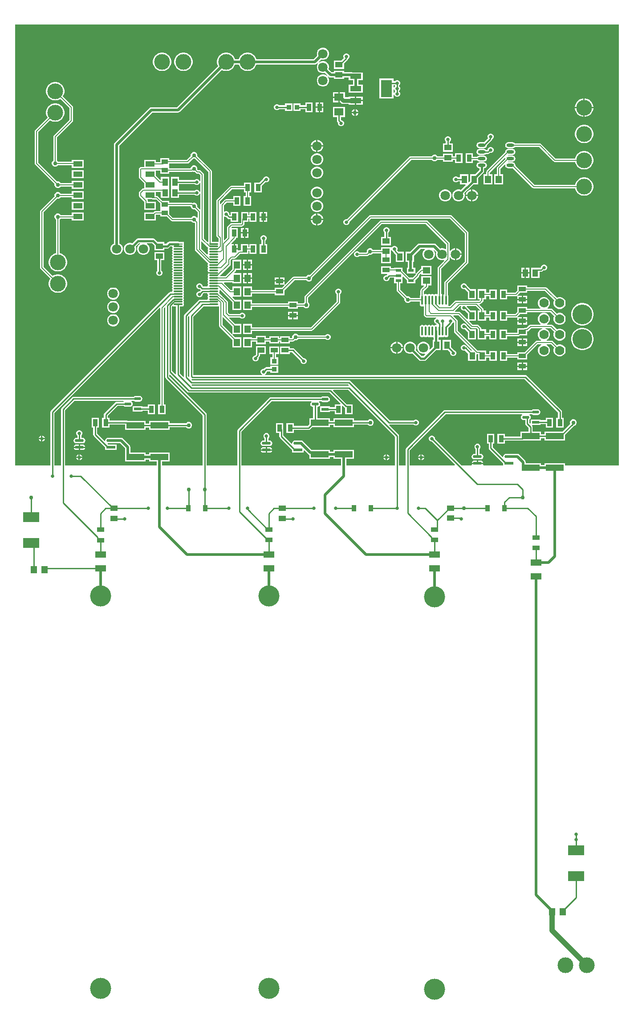
<source format=gtl>
G04*
G04 #@! TF.GenerationSoftware,Altium Limited,Altium Designer,23.3.1 (30)*
G04*
G04 Layer_Physical_Order=1*
G04 Layer_Color=255*
%FSLAX25Y25*%
%MOIN*%
G70*
G04*
G04 #@! TF.SameCoordinates,B9ADD834-6C2E-4723-A052-446894AFEB0A*
G04*
G04*
G04 #@! TF.FilePolarity,Positive*
G04*
G01*
G75*
%ADD13C,0.01000*%
%ADD16C,0.01500*%
%ADD21R,0.04331X0.02362*%
%ADD22O,0.01378X0.07284*%
%ADD23C,0.03000*%
%ADD24R,0.05709X0.04724*%
%ADD25R,0.05315X0.03543*%
%ADD26R,0.03543X0.05315*%
%ADD27R,0.05512X0.04134*%
%ADD28R,0.04134X0.05512*%
%ADD29R,0.04921X0.03740*%
%ADD30R,0.06901X0.01004*%
G04:AMPARAMS|DCode=31|XSize=69.01mil|YSize=10.04mil|CornerRadius=5.02mil|HoleSize=0mil|Usage=FLASHONLY|Rotation=0.000|XOffset=0mil|YOffset=0mil|HoleType=Round|Shape=RoundedRectangle|*
%AMROUNDEDRECTD31*
21,1,0.06901,0.00000,0,0,0.0*
21,1,0.05897,0.01004,0,0,0.0*
1,1,0.01004,0.02949,0.00000*
1,1,0.01004,-0.02949,0.00000*
1,1,0.01004,-0.02949,0.00000*
1,1,0.01004,0.02949,0.00000*
%
%ADD31ROUNDEDRECTD31*%
%ADD32R,0.06732X0.04000*%
%ADD33R,0.04724X0.05709*%
%ADD34R,0.03583X0.04803*%
%ADD35R,0.08000X0.04500*%
G04:AMPARAMS|DCode=36|XSize=53.36mil|YSize=22.14mil|CornerRadius=11.07mil|HoleSize=0mil|Usage=FLASHONLY|Rotation=180.000|XOffset=0mil|YOffset=0mil|HoleType=Round|Shape=RoundedRectangle|*
%AMROUNDEDRECTD36*
21,1,0.05336,0.00000,0,0,180.0*
21,1,0.03121,0.02214,0,0,180.0*
1,1,0.02214,-0.01561,0.00000*
1,1,0.02214,0.01561,0.00000*
1,1,0.02214,0.01561,0.00000*
1,1,0.02214,-0.01561,0.00000*
%
%ADD36ROUNDEDRECTD36*%
%ADD37R,0.05336X0.02214*%
G04:AMPARAMS|DCode=38|XSize=67.04mil|YSize=20.95mil|CornerRadius=10.48mil|HoleSize=0mil|Usage=FLASHONLY|Rotation=180.000|XOffset=0mil|YOffset=0mil|HoleType=Round|Shape=RoundedRectangle|*
%AMROUNDEDRECTD38*
21,1,0.06704,0.00000,0,0,180.0*
21,1,0.04609,0.02095,0,0,180.0*
1,1,0.02095,-0.02305,0.00000*
1,1,0.02095,0.02305,0.00000*
1,1,0.02095,0.02305,0.00000*
1,1,0.02095,-0.02305,0.00000*
%
%ADD38ROUNDEDRECTD38*%
%ADD39R,0.06704X0.02095*%
%ADD40R,0.13410X0.04560*%
%ADD41R,0.12400X0.07700*%
%ADD42R,0.03740X0.03543*%
%ADD43R,0.08465X0.12795*%
%ADD44R,0.08465X0.03937*%
%ADD45R,0.07087X0.05709*%
%ADD46R,0.03543X0.03740*%
%ADD47O,0.05709X0.02362*%
%ADD72C,0.00600*%
%ADD73C,0.03000*%
%ADD74C,0.02000*%
%ADD75C,0.04000*%
%ADD76C,0.07087*%
%ADD77C,0.07000*%
%ADD78C,0.14800*%
%ADD79C,0.11811*%
%ADD80C,0.15748*%
%ADD81C,0.02500*%
G36*
X144602Y627524D02*
Y575324D01*
X144102Y575116D01*
X141325Y577893D01*
Y625648D01*
X141225Y626156D01*
X140937Y626586D01*
X138991Y628532D01*
X138561Y628819D01*
X138054Y628920D01*
X136954D01*
X136462Y629412D01*
X136500Y629503D01*
Y630497D01*
X136119Y631416D01*
X135416Y632119D01*
X134497Y632500D01*
X133503D01*
X132584Y632119D01*
X131881Y631416D01*
X131500Y630497D01*
Y630274D01*
X115461D01*
Y631819D01*
X115461D01*
Y632181D01*
X115461D01*
Y633726D01*
X129051D01*
X129558Y633827D01*
X129988Y634114D01*
X133412Y637538D01*
X133503Y637500D01*
X134497D01*
X134588Y637538D01*
X144602Y627524D01*
D02*
G37*
G36*
X108539Y626079D02*
X115461D01*
Y627623D01*
X132299D01*
X132807Y627724D01*
X132866Y627764D01*
X133503Y627500D01*
X134497D01*
X134588Y627538D01*
X135468Y626657D01*
X135898Y626370D01*
X136405Y626269D01*
X137505D01*
X138674Y625100D01*
Y620729D01*
X138174Y620630D01*
X137908Y621275D01*
X137275Y621908D01*
X136448Y622250D01*
X135552D01*
X134725Y621908D01*
X134347Y621529D01*
X122807D01*
Y623756D01*
X116673D01*
Y616256D01*
X116673Y616244D01*
X116673Y615756D01*
X116673Y615744D01*
Y608244D01*
X122807D01*
Y610471D01*
X134347D01*
X134725Y610092D01*
X135552Y609750D01*
X136448D01*
X137275Y610092D01*
X137908Y610725D01*
X138174Y611370D01*
X138674Y611271D01*
Y599853D01*
X138213Y599662D01*
X136462Y601412D01*
X136500Y601503D01*
Y602497D01*
X136119Y603416D01*
X135416Y604119D01*
X134497Y604500D01*
X133503D01*
X132866Y604236D01*
X132807Y604276D01*
X132299Y604377D01*
X115461D01*
Y605921D01*
X110414D01*
X107035Y609300D01*
X106605Y609588D01*
X106098Y609689D01*
X105492D01*
Y612675D01*
X109193D01*
Y608244D01*
X115327D01*
Y615756D01*
X115327D01*
X115327Y616244D01*
X115327D01*
Y623756D01*
X109193D01*
Y621692D01*
X108693Y621485D01*
X105492Y624685D01*
Y628675D01*
X108539D01*
Y626079D01*
D02*
G37*
G36*
X138674Y619271D02*
Y612729D01*
X138174Y612630D01*
X137908Y613274D01*
X137275Y613907D01*
X136448Y614250D01*
X135552D01*
X134725Y613907D01*
X134347Y613529D01*
X122807D01*
Y615744D01*
X122807Y615756D01*
X122807Y616244D01*
X122807Y616256D01*
Y618471D01*
X134347D01*
X134725Y618092D01*
X135552Y617750D01*
X136448D01*
X137275Y618092D01*
X137908Y618725D01*
X138174Y619370D01*
X138674Y619271D01*
D02*
G37*
G36*
X452000Y408000D02*
X411705D01*
Y409461D01*
X396295D01*
Y408220D01*
X393705D01*
Y409461D01*
X382334D01*
Y410369D01*
X382179Y411149D01*
X381737Y411811D01*
X377606Y415942D01*
X376944Y416384D01*
X376164Y416539D01*
X372360D01*
X372116Y416588D01*
X367507D01*
X366708Y416429D01*
X366031Y415976D01*
X365578Y415299D01*
X365419Y414500D01*
X365430Y414447D01*
X364969Y414201D01*
X357592Y421578D01*
Y424342D01*
X358835D01*
Y431658D01*
X353291D01*
Y424342D01*
X354534D01*
Y420944D01*
X354650Y420359D01*
X354982Y419863D01*
X365459Y409385D01*
Y408000D01*
X350554D01*
X350287Y408500D01*
X350422Y408701D01*
X350481Y409000D01*
X346188D01*
Y409500D01*
D01*
Y409000D01*
X341896D01*
X341955Y408701D01*
X342090Y408500D01*
X341822Y408000D01*
X334163D01*
X314250Y427913D01*
Y428447D01*
X313908Y429275D01*
X313275Y429908D01*
X312448Y430250D01*
X311552D01*
X310725Y429908D01*
X310092Y429275D01*
X309750Y428447D01*
Y427553D01*
X310092Y426725D01*
X310725Y426092D01*
X311552Y425750D01*
X312087D01*
X329375Y408462D01*
X329184Y408000D01*
X295529D01*
Y419367D01*
X322374Y446211D01*
X379412D01*
X379563Y445711D01*
X379277Y445519D01*
X378811Y444822D01*
X378647Y444000D01*
X378811Y443178D01*
X379277Y442481D01*
X379974Y442015D01*
X380796Y441852D01*
X381888D01*
Y439177D01*
X382004Y438591D01*
X382335Y438095D01*
X384471Y435960D01*
Y433099D01*
X378295D01*
Y429529D01*
X366709D01*
Y431658D01*
X361165D01*
Y424342D01*
X366709D01*
Y426471D01*
X379756D01*
X380100Y426539D01*
X393705D01*
Y428290D01*
X396295D01*
Y426539D01*
X411705D01*
Y430936D01*
X418269Y437500D01*
X418497D01*
X419416Y437881D01*
X420119Y438584D01*
X420500Y439503D01*
Y440497D01*
X420119Y441416D01*
X419416Y442119D01*
X418497Y442500D01*
X417503D01*
X416584Y442119D01*
X415881Y441416D01*
X415500Y440497D01*
Y439503D01*
X415631Y439187D01*
X409542Y433099D01*
X396295D01*
Y431348D01*
X393705D01*
Y433099D01*
X387529D01*
Y436593D01*
X387413Y437179D01*
X387096Y437653D01*
X387141Y437873D01*
X387257Y438153D01*
X393311D01*
Y438730D01*
X397228D01*
Y436342D01*
X402772D01*
Y443657D01*
X397228D01*
Y441789D01*
X393311D01*
Y442367D01*
X385976D01*
Y439434D01*
X385514Y439243D01*
X384946Y439810D01*
Y442154D01*
X385436Y442481D01*
X385902Y443178D01*
X386065Y444000D01*
X385902Y444822D01*
X385436Y445519D01*
X385150Y445711D01*
X385301Y446211D01*
X386579D01*
X387261Y445755D01*
X388083Y445592D01*
X391204D01*
X392026Y445755D01*
X392723Y446221D01*
X393189Y446918D01*
X393353Y447740D01*
X393189Y448562D01*
X392723Y449259D01*
X392026Y449725D01*
X391204Y449889D01*
X388083D01*
X387261Y449725D01*
X386579Y449269D01*
X321740D01*
X321155Y449153D01*
X320659Y448822D01*
X292919Y421081D01*
X292587Y420585D01*
X292471Y420000D01*
Y408000D01*
X287529D01*
Y430000D01*
X287413Y430585D01*
X287081Y431081D01*
X280192Y437971D01*
X280399Y438471D01*
X298347D01*
X298726Y438093D01*
X299552Y437750D01*
X300448D01*
X301274Y438093D01*
X301907Y438726D01*
X302250Y439552D01*
Y440448D01*
X301907Y441274D01*
X301274Y441908D01*
X300448Y442250D01*
X299552D01*
X298726Y441908D01*
X298347Y441529D01*
X280633D01*
X251081Y471081D01*
X250585Y471413D01*
X250000Y471529D01*
X132633D01*
X132107Y472056D01*
X132353Y472517D01*
X132586Y472471D01*
X381366D01*
X406345Y447493D01*
Y443657D01*
X405102D01*
Y436342D01*
X410646D01*
Y443657D01*
X409403D01*
Y448126D01*
X409287Y448711D01*
X408955Y449207D01*
X383081Y475081D01*
X382585Y475413D01*
X382000Y475529D01*
X187222D01*
X187122Y476029D01*
X187275Y476092D01*
X187908Y476725D01*
X188250Y477553D01*
Y477993D01*
X188625Y478368D01*
X191130D01*
Y477126D01*
X196870D01*
Y482669D01*
X191130D01*
Y481427D01*
X187991D01*
X187406Y481311D01*
X186910Y480979D01*
X186181Y480250D01*
X185552D01*
X184725Y479908D01*
X184092Y479275D01*
X183750Y478447D01*
Y477553D01*
X184092Y476725D01*
X184725Y476092D01*
X184878Y476029D01*
X184778Y475529D01*
X133529D01*
Y519367D01*
X141043Y526880D01*
X145617D01*
X145627Y526878D01*
X151524D01*
X152110Y526995D01*
X152174Y527037D01*
X152674Y526770D01*
Y512555D01*
X152775Y512048D01*
X153063Y511618D01*
X162701Y501980D01*
Y496146D01*
X169425D01*
Y503854D01*
X164575D01*
X162784Y505646D01*
X162991Y506146D01*
X169488D01*
Y513854D01*
X164638D01*
X160318Y518175D01*
X160525Y518675D01*
X168143D01*
X168726Y518092D01*
X169552Y517750D01*
X170448D01*
X171274Y518092D01*
X171907Y518725D01*
X172250Y519553D01*
Y520447D01*
X171907Y521275D01*
X171274Y521908D01*
X170448Y522250D01*
X169552D01*
X168726Y521908D01*
X168143Y521325D01*
X160549D01*
X159326Y522549D01*
Y530000D01*
X159225Y530507D01*
X158937Y530937D01*
X155834Y534040D01*
X155404Y534328D01*
X155342Y534340D01*
X152971Y536712D01*
X152939Y536869D01*
X152673Y537268D01*
X152939Y537666D01*
X153056Y538252D01*
X152947Y538797D01*
X152951Y538859D01*
X153010Y538963D01*
X153632Y539048D01*
X162701Y529980D01*
Y524146D01*
X169425D01*
Y531854D01*
X164575D01*
X162784Y533646D01*
X162991Y534146D01*
X169425D01*
Y541854D01*
X162701D01*
Y539326D01*
X161445D01*
X156432Y544339D01*
X156623Y544801D01*
X162701D01*
Y544146D01*
X169425D01*
Y551854D01*
X164193D01*
X164002Y552316D01*
X164938Y553253D01*
X165225Y553683D01*
X165317Y554146D01*
X169425D01*
Y561854D01*
X162701D01*
Y556066D01*
X162675Y555938D01*
Y554739D01*
X157357Y549420D01*
X153463D01*
X153256Y549920D01*
X160937Y557601D01*
X161225Y558031D01*
X161326Y558539D01*
Y561451D01*
X162549Y562675D01*
X164411D01*
X164919Y562775D01*
X165349Y563063D01*
X168603Y566317D01*
X170465D01*
X170593Y566342D01*
X174709D01*
Y568675D01*
X175291D01*
Y566342D01*
X180835D01*
Y573658D01*
X175291D01*
Y571325D01*
X174709D01*
Y573658D01*
X169165D01*
Y568968D01*
X168054D01*
X167547Y568867D01*
X167335Y568725D01*
X166835Y568989D01*
Y569500D01*
X164063D01*
Y570000D01*
X163563D01*
Y573658D01*
X162185D01*
X161994Y574119D01*
X165000Y577126D01*
X165288Y577556D01*
X165389Y578063D01*
Y578342D01*
X166835D01*
Y585658D01*
X162185D01*
X161994Y586119D01*
X162549Y586674D01*
X169649D01*
X170156Y586775D01*
X170586Y587063D01*
X171466Y587943D01*
X171753Y588373D01*
X171854Y588880D01*
Y590079D01*
X174772D01*
Y592411D01*
X175291D01*
Y590079D01*
X180835D01*
Y597394D01*
X175291D01*
Y595062D01*
X174772D01*
Y597394D01*
X169228D01*
Y592393D01*
X169203Y592265D01*
Y589429D01*
X169099Y589326D01*
X162000D01*
X161493Y589225D01*
X161063Y588937D01*
X159063Y586937D01*
X158775Y586507D01*
X158675Y586000D01*
Y578549D01*
X156677Y576552D01*
X156215Y576743D01*
Y593950D01*
X156677Y594141D01*
X156726Y594093D01*
X157552Y593750D01*
X158087D01*
X159182Y592655D01*
X159678Y592323D01*
X160264Y592207D01*
X161354D01*
Y590079D01*
X166898D01*
Y597394D01*
X161354D01*
Y595369D01*
X160854Y595309D01*
X160250Y595913D01*
Y596448D01*
X159907Y597274D01*
X159274Y597907D01*
X158448Y598250D01*
X157552D01*
X156726Y597907D01*
X156677Y597859D01*
X156215Y598050D01*
Y602341D01*
X158285Y604411D01*
X163291D01*
Y602079D01*
X168835D01*
Y609394D01*
X163291D01*
Y607062D01*
X157736D01*
X157229Y606961D01*
X156799Y606673D01*
X153953Y603827D01*
X153825Y603637D01*
X153325Y603789D01*
Y605451D01*
X162285Y614411D01*
X171291D01*
Y612079D01*
X172738D01*
Y609394D01*
X171165D01*
Y602079D01*
X176709D01*
Y609394D01*
X175389D01*
Y612079D01*
X176835D01*
Y619394D01*
X171291D01*
Y617062D01*
X161736D01*
X161229Y616961D01*
X160799Y616674D01*
X151063Y606937D01*
X150775Y606507D01*
X150674Y606000D01*
Y580000D01*
X150775Y579493D01*
X151063Y579063D01*
X152464Y577661D01*
Y575419D01*
X151964Y575129D01*
X151524Y575216D01*
X147253D01*
Y628073D01*
X147152Y628580D01*
X146865Y629010D01*
X136462Y639412D01*
X136500Y639503D01*
Y640497D01*
X136119Y641416D01*
X135416Y642119D01*
X134497Y642500D01*
X133503D01*
X132584Y642119D01*
X131881Y641416D01*
X131500Y640497D01*
Y639503D01*
X131538Y639412D01*
X128502Y636377D01*
X115461D01*
Y637921D01*
X108539D01*
Y635010D01*
X105492D01*
Y636685D01*
X96760D01*
Y631325D01*
X94352D01*
X93844Y631225D01*
X93414Y630937D01*
X93063Y630586D01*
X92775Y630156D01*
X92674Y629648D01*
Y623697D01*
X92775Y623190D01*
X93063Y622760D01*
X96760Y619063D01*
Y615325D01*
X96000D01*
X95493Y615225D01*
X95063Y614937D01*
X93063Y612937D01*
X92775Y612507D01*
X92674Y612000D01*
Y609974D01*
X92775Y609467D01*
X93063Y609037D01*
X96734Y605366D01*
Y603889D01*
X96760Y603761D01*
Y599189D01*
X105492D01*
Y605189D01*
X99385D01*
Y605915D01*
X99284Y606422D01*
X99190Y606563D01*
X99457Y607063D01*
X102698D01*
X102826Y607037D01*
X105549D01*
X108539Y604047D01*
Y600181D01*
X108539D01*
Y599819D01*
X108539D01*
Y598274D01*
X105126D01*
X104619Y598173D01*
X104189Y597886D01*
X103618Y597315D01*
X96760D01*
Y591315D01*
X105492D01*
Y595440D01*
X105675Y595623D01*
X108539D01*
Y594079D01*
X113586D01*
X116602Y591063D01*
X117032Y590775D01*
X117539Y590674D01*
X131843D01*
X131881Y590584D01*
X132584Y589881D01*
X133503Y589500D01*
X134497D01*
X134675Y589038D01*
Y569533D01*
X134775Y569026D01*
X135063Y568596D01*
X144181Y559477D01*
X144213Y559319D01*
X144479Y558921D01*
X144213Y558523D01*
X144096Y557937D01*
X144213Y557351D01*
X144479Y556953D01*
X144213Y556555D01*
X144096Y555969D01*
X144213Y555382D01*
X144479Y554984D01*
X144213Y554586D01*
X144096Y554000D01*
X144213Y553414D01*
X144479Y553016D01*
X144213Y552618D01*
X144195Y552531D01*
X145310D01*
X145627Y552468D01*
X148576D01*
Y551595D01*
X145627D01*
X145310Y551532D01*
X144195D01*
X144213Y551445D01*
X144479Y551047D01*
X144213Y550649D01*
X144096Y550063D01*
X144213Y549477D01*
X144479Y549079D01*
X144213Y548680D01*
X144096Y548095D01*
X144213Y547508D01*
X144479Y547110D01*
X144213Y546712D01*
X144096Y546126D01*
X144213Y545540D01*
X144479Y545142D01*
X144213Y544743D01*
X144096Y544158D01*
X144213Y543571D01*
X144479Y543173D01*
X144213Y542775D01*
X144096Y542189D01*
X144106Y542136D01*
X143789Y541750D01*
X140743D01*
X140250Y542243D01*
Y542448D01*
X139908Y543274D01*
X139275Y543907D01*
X138448Y544250D01*
X137552D01*
X136725Y543907D01*
X136092Y543274D01*
X135750Y542448D01*
Y541552D01*
X136092Y540726D01*
X136725Y540093D01*
X137552Y539750D01*
X138417D01*
X139002Y539165D01*
X138087Y538250D01*
X137552D01*
X136725Y537908D01*
X136092Y537275D01*
X135750Y536447D01*
Y535553D01*
X136092Y534726D01*
X136725Y534093D01*
X137552Y533750D01*
X138448D01*
X139275Y534093D01*
X139908Y534726D01*
X140250Y535553D01*
Y536087D01*
X140885Y536723D01*
X143789D01*
X144106Y536336D01*
X144096Y536283D01*
X144213Y535697D01*
X144479Y535299D01*
X144213Y534901D01*
X144096Y534315D01*
X144213Y533729D01*
X144479Y533331D01*
X144213Y532933D01*
X144096Y532346D01*
X144106Y532294D01*
X143789Y531907D01*
X138378D01*
X137793Y531791D01*
X137296Y531459D01*
X126919Y521081D01*
X126587Y520585D01*
X126471Y520000D01*
Y474399D01*
X125971Y474192D01*
X123529Y476634D01*
Y526878D01*
X124949D01*
X125534Y526995D01*
X126031Y527327D01*
X126363Y527823D01*
X126480Y528409D01*
X126363Y528996D01*
X126097Y529394D01*
X126363Y529792D01*
X126480Y530378D01*
X126363Y530964D01*
X126097Y531362D01*
X126363Y531760D01*
X126480Y532346D01*
X126363Y532933D01*
X126097Y533331D01*
X126363Y533729D01*
X126480Y534315D01*
X126363Y534901D01*
X126097Y535299D01*
X126363Y535697D01*
X126480Y536283D01*
X126363Y536869D01*
X126097Y537268D01*
X126363Y537666D01*
X126480Y538252D01*
X126363Y538838D01*
X126097Y539236D01*
X126363Y539634D01*
X126480Y540220D01*
X126363Y540806D01*
X126097Y541205D01*
X126363Y541603D01*
X126480Y542189D01*
X126363Y542775D01*
X126097Y543173D01*
X126363Y543571D01*
X126480Y544158D01*
X126363Y544743D01*
X126097Y545142D01*
X126363Y545540D01*
X126480Y546126D01*
X126363Y546712D01*
X126097Y547110D01*
X126363Y547508D01*
X126480Y548095D01*
X126363Y548680D01*
X126097Y549079D01*
X126363Y549477D01*
X126480Y550063D01*
X126363Y550649D01*
X126097Y551047D01*
X126363Y551445D01*
X126480Y552032D01*
X126363Y552618D01*
X126097Y553016D01*
X126363Y553414D01*
X126480Y554000D01*
X126363Y554586D01*
X126097Y554984D01*
X126363Y555382D01*
X126480Y555969D01*
X126363Y556555D01*
X126097Y556953D01*
X126363Y557351D01*
X126480Y557937D01*
X126363Y558523D01*
X126097Y558921D01*
X126363Y559319D01*
X126480Y559905D01*
X126363Y560492D01*
X126097Y560890D01*
X126363Y561288D01*
X126480Y561874D01*
X126363Y562460D01*
X126097Y562858D01*
X126363Y563257D01*
X126480Y563842D01*
X126363Y564429D01*
X126097Y564827D01*
X126363Y565225D01*
X126480Y565811D01*
X126363Y566397D01*
X126097Y566795D01*
X126363Y567194D01*
X126480Y567779D01*
X126363Y568366D01*
X126097Y568764D01*
X126363Y569162D01*
X126480Y569748D01*
X126363Y570334D01*
X126097Y570732D01*
X126363Y571131D01*
X126480Y571716D01*
X126400Y572121D01*
X126451Y572183D01*
X126451D01*
Y575187D01*
X122902D01*
X122683Y575333D01*
X122000Y575469D01*
X115604D01*
X115603Y575469D01*
X114921Y575333D01*
X114342Y574947D01*
X114342Y574947D01*
X113179Y573784D01*
X111756D01*
Y575067D01*
X106767D01*
X104573Y577262D01*
X103994Y577648D01*
X103311Y577784D01*
X92000D01*
X91317Y577648D01*
X90738Y577262D01*
X87720Y574243D01*
X86598Y574543D01*
X85402D01*
X84246Y574234D01*
X83210Y573635D01*
X82364Y572790D01*
X81766Y571754D01*
X81457Y570598D01*
Y569402D01*
X81766Y568246D01*
X82364Y567210D01*
X83210Y566364D01*
X84246Y565766D01*
X85402Y565457D01*
X86598D01*
X87754Y565766D01*
X88790Y566364D01*
X89635Y567210D01*
X90234Y568246D01*
X90543Y569402D01*
Y570598D01*
X90243Y571720D01*
X92739Y574216D01*
X93249D01*
X93379Y573733D01*
X93210Y573635D01*
X92365Y572790D01*
X91766Y571754D01*
X91457Y570598D01*
Y569402D01*
X91766Y568246D01*
X92365Y567210D01*
X93210Y566364D01*
X94246Y565766D01*
X95402Y565457D01*
X96598D01*
X97754Y565766D01*
X98790Y566364D01*
X99635Y567210D01*
X100234Y568246D01*
X100543Y569402D01*
Y570598D01*
X100234Y571754D01*
X99635Y572790D01*
X98790Y573635D01*
X98621Y573733D01*
X98751Y574216D01*
X102572D01*
X104244Y572544D01*
Y568933D01*
X111756D01*
Y570216D01*
X113918D01*
X114601Y570352D01*
X115180Y570738D01*
X116343Y571901D01*
X117369D01*
X117520Y571716D01*
X117637Y571131D01*
X117903Y570732D01*
X117637Y570334D01*
X117520Y569748D01*
X117637Y569162D01*
X117903Y568764D01*
X117637Y568366D01*
X117520Y567779D01*
X117637Y567194D01*
X117903Y566795D01*
X117637Y566397D01*
X117520Y565811D01*
X117637Y565225D01*
X117903Y564827D01*
X117637Y564429D01*
X117520Y563842D01*
X117637Y563257D01*
X117903Y562858D01*
X117637Y562460D01*
X117520Y561874D01*
X117637Y561288D01*
X117903Y560890D01*
X117637Y560492D01*
X117520Y559905D01*
X117637Y559319D01*
X117903Y558921D01*
X117637Y558523D01*
X117520Y557937D01*
X117637Y557351D01*
X117903Y556953D01*
X117637Y556555D01*
X117520Y555969D01*
X117637Y555382D01*
X117903Y554984D01*
X117637Y554586D01*
X117520Y554000D01*
X117637Y553414D01*
X117903Y553016D01*
X117637Y552618D01*
X117520Y552032D01*
X117637Y551445D01*
X117903Y551047D01*
X117637Y550649D01*
X117520Y550063D01*
X117637Y549477D01*
X117903Y549079D01*
X117637Y548680D01*
X117520Y548095D01*
X117637Y547508D01*
X117903Y547110D01*
X117637Y546712D01*
X117520Y546126D01*
X117637Y545540D01*
X117903Y545142D01*
X117637Y544743D01*
X117520Y544158D01*
X117637Y543571D01*
X117903Y543173D01*
X117637Y542775D01*
X117520Y542189D01*
X117637Y541603D01*
X117903Y541205D01*
X117637Y540806D01*
X117520Y540220D01*
X117637Y539634D01*
X117903Y539236D01*
X117637Y538838D01*
X117520Y538252D01*
X117531Y538199D01*
X117213Y537813D01*
X116284D01*
X115698Y537696D01*
X115202Y537365D01*
X26919Y449081D01*
X26587Y448585D01*
X26471Y448000D01*
Y408000D01*
X0D01*
Y738000D01*
X452000D01*
Y408000D01*
D02*
G37*
G36*
X131500Y601503D02*
X131881Y600584D01*
X132584Y599881D01*
X133503Y599500D01*
X134497D01*
X134588Y599538D01*
X136674Y597451D01*
Y593383D01*
X136174Y593283D01*
X136119Y593416D01*
X135416Y594119D01*
X134497Y594500D01*
X133503D01*
X132584Y594119D01*
X131881Y593416D01*
X131843Y593326D01*
X118088D01*
X115461Y595953D01*
Y599819D01*
X115461D01*
Y600181D01*
X115461D01*
Y601726D01*
X131500D01*
Y601503D01*
D02*
G37*
G36*
X144181Y571288D02*
X144213Y571131D01*
X144479Y570732D01*
X144213Y570334D01*
X144096Y569748D01*
X144213Y569162D01*
X144479Y568764D01*
X144213Y568366D01*
X144096Y567779D01*
X144213Y567194D01*
X144479Y566795D01*
X144213Y566397D01*
X144125Y565958D01*
X143718Y565772D01*
X143615Y565761D01*
X139325Y570050D01*
Y575491D01*
X139787Y575682D01*
X144181Y571288D01*
D02*
G37*
G36*
X162764Y511980D02*
Y506373D01*
X162264Y506166D01*
X155325Y513104D01*
Y518765D01*
X155787Y518956D01*
X162764Y511980D01*
D02*
G37*
G36*
X118465Y526995D02*
X119052Y526878D01*
X120471D01*
Y476399D01*
X119971Y476192D01*
X117529Y478633D01*
Y526849D01*
X117992Y527311D01*
X118465Y526995D01*
D02*
G37*
G36*
X130471Y519601D02*
Y474586D01*
X130517Y474353D01*
X130056Y474107D01*
X129529Y474634D01*
Y519367D01*
X129971Y519808D01*
X130471Y519601D01*
D02*
G37*
G36*
X249808Y468029D02*
X249601Y467529D01*
X132633D01*
X132192Y467971D01*
X132399Y468471D01*
X249366D01*
X249808Y468029D01*
D02*
G37*
G36*
X128919Y462919D02*
X129415Y462587D01*
X130000Y462471D01*
X235303D01*
X243655Y454119D01*
X243463Y453657D01*
X239291D01*
Y451529D01*
X235668D01*
Y452107D01*
X228332D01*
Y447893D01*
X235668D01*
Y448471D01*
X239291D01*
Y446343D01*
X244835D01*
Y452286D01*
X245297Y452478D01*
X246698Y451076D01*
X247165Y450764D01*
Y446343D01*
X252709D01*
Y453657D01*
X248813D01*
X248665Y453687D01*
X248413D01*
X238091Y464009D01*
X238283Y464471D01*
X249366D01*
X284471Y429366D01*
Y408000D01*
X248039D01*
Y412901D01*
X253705D01*
Y419461D01*
X238295D01*
Y418220D01*
X235705D01*
Y419461D01*
X226917D01*
X226720Y419500D01*
X222000D01*
X215730Y425770D01*
X215592Y425976D01*
X214915Y426429D01*
X214116Y426588D01*
X209507D01*
X208708Y426429D01*
X208031Y425976D01*
X207578Y425299D01*
X207419Y424500D01*
X207430Y424447D01*
X206969Y424201D01*
X200864Y430306D01*
Y434728D01*
X200835Y434876D01*
Y439657D01*
X195291D01*
Y432342D01*
X197805D01*
Y429672D01*
X197922Y429087D01*
X198253Y428591D01*
X207459Y419385D01*
Y417452D01*
X216164D01*
Y418915D01*
X216626Y419107D01*
X219713Y416019D01*
X220295Y415630D01*
Y412901D01*
X235705D01*
Y414142D01*
X238295D01*
Y412901D01*
X243961D01*
Y408000D01*
X169529D01*
Y433366D01*
X192114Y455951D01*
X221768D01*
X221920Y455451D01*
X221633Y455259D01*
X221167Y454562D01*
X221004Y453740D01*
X221167Y452918D01*
X221633Y452221D01*
X222330Y451755D01*
X223152Y451592D01*
X223183D01*
Y443099D01*
X220295D01*
Y438702D01*
X219122Y437529D01*
X208709D01*
Y439657D01*
X203165D01*
Y432342D01*
X208709D01*
Y434471D01*
X219756D01*
X220341Y434587D01*
X220837Y434919D01*
X222458Y436539D01*
X235705D01*
Y438289D01*
X238295D01*
Y436539D01*
X253705D01*
Y438471D01*
X263994D01*
X264584Y437881D01*
X265503Y437500D01*
X266497D01*
X267416Y437881D01*
X268119Y438584D01*
X268500Y439503D01*
Y440497D01*
X268119Y441416D01*
X267416Y442119D01*
X266497Y442500D01*
X265503D01*
X264584Y442119D01*
X263994Y441529D01*
X253705D01*
Y443099D01*
X238295D01*
Y441348D01*
X235705D01*
Y443099D01*
X226242D01*
Y451592D01*
X226273D01*
X227096Y451755D01*
X227793Y452221D01*
X228258Y452918D01*
X228422Y453740D01*
X228258Y454562D01*
X227793Y455259D01*
X227506Y455451D01*
X227658Y455951D01*
X228935D01*
X229617Y455495D01*
X230439Y455332D01*
X233561D01*
X234383Y455495D01*
X235080Y455961D01*
X235545Y456658D01*
X235709Y457480D01*
X235545Y458302D01*
X235080Y458999D01*
X234383Y459465D01*
X233561Y459629D01*
X230439D01*
X229617Y459465D01*
X228935Y459010D01*
X191480D01*
X190895Y458893D01*
X190399Y458562D01*
X166919Y435081D01*
X166587Y434585D01*
X166471Y434000D01*
Y408000D01*
X143529D01*
Y446000D01*
X143413Y446585D01*
X143081Y447081D01*
X115529Y474634D01*
Y475654D01*
X115991Y475846D01*
X128919Y462919D01*
D02*
G37*
G36*
X112471Y526069D02*
Y474000D01*
X112587Y473415D01*
X112919Y472919D01*
X140471Y445366D01*
Y408000D01*
X110039D01*
Y410901D01*
X115705D01*
Y417461D01*
X100295D01*
Y416220D01*
X97705D01*
Y417461D01*
X86334D01*
Y421705D01*
X86179Y422485D01*
X85737Y423147D01*
X85737Y423147D01*
X80942Y427942D01*
X80280Y428384D01*
X79500Y428539D01*
X74360D01*
X74116Y428588D01*
X69507D01*
X68708Y428429D01*
X68031Y427976D01*
X67578Y427299D01*
X67419Y426500D01*
X67430Y426447D01*
X66969Y426201D01*
X61529Y431640D01*
Y436342D01*
X62772D01*
Y443657D01*
X57228D01*
Y436342D01*
X58471D01*
Y431007D01*
X58587Y430422D01*
X58919Y429926D01*
X67460Y421385D01*
Y419452D01*
X76164D01*
Y423548D01*
X69622D01*
X69208Y423962D01*
X69454Y424423D01*
X69507Y424412D01*
X74116D01*
X74360Y424461D01*
X78655D01*
X82256Y420860D01*
Y415461D01*
X82295Y415264D01*
Y410901D01*
X97705D01*
Y412142D01*
X100295D01*
Y410901D01*
X105961D01*
Y408000D01*
X37529D01*
Y449367D01*
X44374Y456211D01*
X81056D01*
X81279Y455711D01*
X81115Y455529D01*
X76000D01*
X75415Y455413D01*
X74919Y455081D01*
X66793Y446955D01*
X66461Y446459D01*
X66345Y445874D01*
Y443657D01*
X65102D01*
Y436342D01*
X70646D01*
Y438471D01*
X82295D01*
Y434539D01*
X97705D01*
Y436290D01*
X100295D01*
Y434539D01*
X115705D01*
Y436471D01*
X127994D01*
X128584Y435881D01*
X129503Y435500D01*
X130497D01*
X131416Y435881D01*
X132119Y436584D01*
X132500Y437503D01*
Y438497D01*
X132119Y439416D01*
X131416Y440119D01*
X130497Y440500D01*
X129503D01*
X128584Y440119D01*
X127994Y439529D01*
X115705D01*
Y441099D01*
X100295D01*
Y439348D01*
X97705D01*
Y441099D01*
X84449D01*
X83979Y441413D01*
X83394Y441529D01*
X70646D01*
Y443657D01*
X69403D01*
Y445240D01*
X76634Y452471D01*
X81292D01*
X81974Y452015D01*
X82796Y451852D01*
X85917D01*
X86739Y452015D01*
X87436Y452481D01*
X87902Y453178D01*
X88065Y454000D01*
X87902Y454822D01*
X87436Y455519D01*
X87150Y455711D01*
X87301Y456211D01*
X88579D01*
X89261Y455755D01*
X90083Y455592D01*
X93204D01*
X94026Y455755D01*
X94723Y456221D01*
X95189Y456918D01*
X95353Y457740D01*
X95189Y458562D01*
X94723Y459259D01*
X94026Y459725D01*
X93204Y459889D01*
X90083D01*
X89261Y459725D01*
X88579Y459270D01*
X43740D01*
X43155Y459153D01*
X42659Y458822D01*
X34919Y451081D01*
X34587Y450585D01*
X34471Y450000D01*
Y408000D01*
X29529D01*
Y447367D01*
X108049Y525886D01*
X108549Y525679D01*
Y453657D01*
X107102D01*
Y446343D01*
X112646D01*
Y453657D01*
X111199D01*
Y525451D01*
X112009Y526260D01*
X112471Y526069D01*
D02*
G37*
%LPC*%
G36*
X231082Y720543D02*
X229886D01*
X228731Y720234D01*
X227695Y719635D01*
X226849Y718790D01*
X226251Y717754D01*
X225941Y716598D01*
Y715402D01*
X226165Y714565D01*
X223640Y712039D01*
X180630D01*
X180120Y713271D01*
X179364Y714402D01*
X178402Y715364D01*
X177271Y716120D01*
X176014Y716640D01*
X174680Y716905D01*
X173320D01*
X171986Y716640D01*
X170729Y716120D01*
X169598Y715364D01*
X168636Y714402D01*
X167880Y713271D01*
X167370Y712039D01*
X164630D01*
X164120Y713271D01*
X163364Y714402D01*
X162402Y715364D01*
X161271Y716120D01*
X160014Y716640D01*
X158680Y716905D01*
X157320D01*
X155986Y716640D01*
X154729Y716120D01*
X153598Y715364D01*
X152636Y714402D01*
X151880Y713271D01*
X151360Y712014D01*
X151094Y710680D01*
Y709320D01*
X151360Y707986D01*
X151870Y706754D01*
X121155Y676039D01*
X102000D01*
X101220Y675884D01*
X100558Y675442D01*
X74558Y649442D01*
X74116Y648780D01*
X73961Y648000D01*
Y574069D01*
X73210Y573635D01*
X72364Y572790D01*
X71766Y571754D01*
X71457Y570598D01*
Y569402D01*
X71766Y568246D01*
X72364Y567210D01*
X73210Y566364D01*
X74246Y565766D01*
X75402Y565457D01*
X76598D01*
X77754Y565766D01*
X78790Y566364D01*
X79636Y567210D01*
X80234Y568246D01*
X80543Y569402D01*
Y570598D01*
X80234Y571754D01*
X79636Y572790D01*
X78790Y573635D01*
X78039Y574069D01*
Y647155D01*
X102845Y671961D01*
X122000D01*
X122780Y672116D01*
X123442Y672558D01*
X154754Y703870D01*
X155986Y703360D01*
X157320Y703094D01*
X158680D01*
X160014Y703360D01*
X161271Y703880D01*
X162402Y704636D01*
X163364Y705598D01*
X164120Y706729D01*
X164630Y707961D01*
X167370D01*
X167880Y706729D01*
X168636Y705598D01*
X169598Y704636D01*
X170729Y703880D01*
X171986Y703360D01*
X173320Y703094D01*
X174680D01*
X176014Y703360D01*
X177271Y703880D01*
X178402Y704636D01*
X179364Y705598D01*
X180120Y706729D01*
X180630Y707961D01*
X224484D01*
X225265Y708116D01*
X225926Y708558D01*
X226484Y709116D01*
X226849Y708790D01*
X226251Y707754D01*
X225941Y706598D01*
Y705402D01*
X226251Y704246D01*
X226849Y703210D01*
X227695Y702364D01*
X228731Y701766D01*
X229886Y701457D01*
X231082D01*
X231919Y701681D01*
X233600Y700000D01*
X233274Y699636D01*
X232238Y700234D01*
X231082Y700543D01*
X229886D01*
X228731Y700234D01*
X227695Y699636D01*
X226849Y698790D01*
X226251Y697754D01*
X225941Y696598D01*
Y695402D01*
X226251Y694246D01*
X226849Y693210D01*
X227695Y692365D01*
X228731Y691766D01*
X229886Y691457D01*
X231082D01*
X232238Y691766D01*
X233274Y692365D01*
X234120Y693210D01*
X234718Y694246D01*
X235028Y695402D01*
Y696598D01*
X234718Y697754D01*
X234120Y698790D01*
X234485Y699116D01*
X234783Y698818D01*
X235444Y698376D01*
X236224Y698221D01*
X238728D01*
Y697193D01*
X246240D01*
Y698221D01*
X249736D01*
Y696087D01*
X252929D01*
Y692969D01*
X249736D01*
Y687032D01*
X260201D01*
Y692969D01*
X257008D01*
Y696087D01*
X260201D01*
Y702024D01*
X252460D01*
X252280Y702144D01*
X251500Y702299D01*
X246240D01*
Y703327D01*
X238728D01*
Y702299D01*
X237069D01*
X234803Y704565D01*
X235028Y705402D01*
Y706598D01*
X234718Y707754D01*
X234120Y708790D01*
X233274Y709635D01*
X232238Y710234D01*
X231082Y710543D01*
X229886D01*
X228731Y710234D01*
X227695Y709635D01*
X227369Y710001D01*
X229049Y711681D01*
X229886Y711457D01*
X231082D01*
X232238Y711766D01*
X233274Y712364D01*
X234120Y713210D01*
X234718Y714246D01*
X235028Y715402D01*
Y716598D01*
X234718Y717754D01*
X234120Y718790D01*
X233274Y719635D01*
X232238Y720234D01*
X231082Y720543D01*
D02*
G37*
G36*
X248448Y716250D02*
X247552D01*
X246726Y715907D01*
X246093Y715274D01*
X245750Y714447D01*
Y713553D01*
X246064Y712794D01*
X244077Y710807D01*
X238728D01*
Y704673D01*
X246240D01*
Y708644D01*
X248794Y711199D01*
X249126Y711695D01*
X249199Y712061D01*
X249274Y712092D01*
X249907Y712725D01*
X250250Y713553D01*
Y714447D01*
X249907Y715274D01*
X249274Y715907D01*
X248448Y716250D01*
D02*
G37*
G36*
X126680Y716905D02*
X125320D01*
X123986Y716640D01*
X122729Y716120D01*
X121598Y715364D01*
X120636Y714402D01*
X119880Y713271D01*
X119360Y712014D01*
X119095Y710680D01*
Y709320D01*
X119360Y707986D01*
X119880Y706729D01*
X120636Y705598D01*
X121598Y704636D01*
X122729Y703880D01*
X123986Y703360D01*
X125320Y703094D01*
X126680D01*
X128014Y703360D01*
X129271Y703880D01*
X130402Y704636D01*
X131364Y705598D01*
X132120Y706729D01*
X132640Y707986D01*
X132905Y709320D01*
Y710680D01*
X132640Y712014D01*
X132120Y713271D01*
X131364Y714402D01*
X130402Y715364D01*
X129271Y716120D01*
X128014Y716640D01*
X126680Y716905D01*
D02*
G37*
G36*
X110680D02*
X109320D01*
X107986Y716640D01*
X106729Y716120D01*
X105598Y715364D01*
X104636Y714402D01*
X103880Y713271D01*
X103360Y712014D01*
X103094Y710680D01*
Y709320D01*
X103360Y707986D01*
X103880Y706729D01*
X104636Y705598D01*
X105598Y704636D01*
X106729Y703880D01*
X107986Y703360D01*
X109320Y703094D01*
X110680D01*
X112014Y703360D01*
X113271Y703880D01*
X114402Y704636D01*
X115364Y705598D01*
X116120Y706729D01*
X116640Y707986D01*
X116905Y709320D01*
Y710680D01*
X116640Y712014D01*
X116120Y713271D01*
X115364Y714402D01*
X114402Y715364D01*
X113271Y716120D01*
X112014Y716640D01*
X110680Y716905D01*
D02*
G37*
G36*
X241984Y687366D02*
X237941D01*
Y684012D01*
X241984D01*
Y687366D01*
D02*
G37*
G36*
X283232Y697398D02*
X272768D01*
Y682602D01*
X283232D01*
Y692471D01*
X284347D01*
X284471Y692347D01*
Y691653D01*
X284092Y691274D01*
X283750Y690448D01*
Y689552D01*
X284092Y688726D01*
X284471Y688347D01*
Y687653D01*
X284092Y687275D01*
X283750Y686447D01*
Y685553D01*
X284092Y684726D01*
X284725Y684093D01*
X285552Y683750D01*
X286448D01*
X287275Y684093D01*
X287908Y684726D01*
X288250Y685553D01*
Y686447D01*
X287908Y687275D01*
X287529Y687653D01*
Y688347D01*
X287908Y688726D01*
X288250Y689552D01*
Y690448D01*
X287908Y691274D01*
X287529Y691653D01*
Y692347D01*
X287908Y692726D01*
X288250Y693552D01*
Y694448D01*
X287908Y695274D01*
X287275Y695907D01*
X286448Y696250D01*
X285552D01*
X284725Y695907D01*
X284347Y695529D01*
X283232D01*
Y697398D01*
D02*
G37*
G36*
X260201Y683913D02*
X255469D01*
Y681445D01*
X260201D01*
Y683913D01*
D02*
G37*
G36*
X241984Y683012D02*
X237941D01*
Y679658D01*
X241984D01*
Y683012D01*
D02*
G37*
G36*
X260201Y680445D02*
X255469D01*
Y677976D01*
X260201D01*
Y680445D01*
D02*
G37*
G36*
X247028Y687366D02*
X242984D01*
Y683512D01*
Y679658D01*
X243423D01*
X243938Y679143D01*
X244765Y678590D01*
X245740Y678396D01*
X249736D01*
Y677976D01*
X254468D01*
Y680945D01*
Y683913D01*
X249736D01*
Y683494D01*
X247028D01*
Y687366D01*
D02*
G37*
G36*
X222835Y679658D02*
X217291D01*
Y677529D01*
X213823D01*
Y678870D01*
X208279D01*
Y673130D01*
X213823D01*
Y674471D01*
X217291D01*
Y672342D01*
X222835D01*
Y679658D01*
D02*
G37*
G36*
X207720Y678870D02*
X202177D01*
Y677529D01*
X197653D01*
X197274Y677908D01*
X196448Y678250D01*
X195552D01*
X194726Y677908D01*
X194093Y677275D01*
X193750Y676447D01*
Y675553D01*
X194093Y674725D01*
X194726Y674092D01*
X195552Y673750D01*
X196448D01*
X197274Y674092D01*
X197653Y674471D01*
X202177D01*
Y673130D01*
X207720D01*
Y678870D01*
D02*
G37*
G36*
X230709Y679658D02*
X228437D01*
Y676500D01*
X230709D01*
Y679658D01*
D02*
G37*
G36*
X227437D02*
X225165D01*
Y676500D01*
X227437D01*
Y679658D01*
D02*
G37*
G36*
X426680Y682590D02*
X426500D01*
Y676185D01*
X432905D01*
Y676365D01*
X432640Y677699D01*
X432120Y678956D01*
X431364Y680087D01*
X430402Y681049D01*
X429271Y681805D01*
X428014Y682325D01*
X426680Y682590D01*
D02*
G37*
G36*
X425500D02*
X425320D01*
X423986Y682325D01*
X422729Y681805D01*
X421598Y681049D01*
X420636Y680087D01*
X419880Y678956D01*
X419360Y677699D01*
X419095Y676365D01*
Y676185D01*
X425500D01*
Y682590D01*
D02*
G37*
G36*
X254984Y674499D02*
Y672500D01*
X256983D01*
X256604Y673416D01*
X255900Y674119D01*
X254984Y674499D01*
D02*
G37*
G36*
X253984Y674499D02*
X253068Y674119D01*
X252365Y673416D01*
X251985Y672500D01*
X253984D01*
Y674499D01*
D02*
G37*
G36*
X230709Y675500D02*
X228437D01*
Y672342D01*
X230709D01*
Y675500D01*
D02*
G37*
G36*
X227437D02*
X225165D01*
Y672342D01*
X227437D01*
Y675500D01*
D02*
G37*
G36*
X253984Y671500D02*
X251985D01*
X252365Y670584D01*
X253068Y669881D01*
X253984Y669501D01*
Y671500D01*
D02*
G37*
G36*
X256983D02*
X254984D01*
Y669501D01*
X255900Y669881D01*
X256604Y670584D01*
X256983Y671500D01*
D02*
G37*
G36*
X432905Y675185D02*
X426500D01*
Y668780D01*
X426680D01*
X428014Y669045D01*
X429271Y669565D01*
X430402Y670321D01*
X431364Y671283D01*
X432120Y672414D01*
X432640Y673671D01*
X432905Y675005D01*
Y675185D01*
D02*
G37*
G36*
X425500D02*
X419095D01*
Y675005D01*
X419360Y673671D01*
X419880Y672414D01*
X420636Y671283D01*
X421598Y670321D01*
X422729Y669565D01*
X423986Y669045D01*
X425320Y668780D01*
X425500D01*
Y675185D01*
D02*
G37*
G36*
X30680Y678905D02*
X29320D01*
X27986Y678640D01*
X26729Y678120D01*
X25598Y677364D01*
X24636Y676402D01*
X23880Y675271D01*
X23360Y674014D01*
X23095Y672680D01*
Y671320D01*
X23360Y669986D01*
X23880Y668729D01*
X24271Y668145D01*
X15063Y658937D01*
X14775Y658507D01*
X14674Y658000D01*
Y634000D01*
X14775Y633493D01*
X15063Y633063D01*
X29537Y618588D01*
X29500Y618497D01*
Y617503D01*
X29881Y616584D01*
X30584Y615881D01*
X31503Y615500D01*
X32497D01*
X33416Y615881D01*
X34119Y616584D01*
X34157Y616675D01*
X42508D01*
Y614937D01*
X51240D01*
Y620937D01*
X42508D01*
Y619325D01*
X34157D01*
X34119Y619416D01*
X33416Y620119D01*
X32497Y620500D01*
X31503D01*
X31412Y620462D01*
X17325Y634549D01*
Y657451D01*
X26145Y666271D01*
X26729Y665880D01*
X27986Y665360D01*
X29320Y665095D01*
X30680D01*
X32014Y665360D01*
X33271Y665880D01*
X34402Y666636D01*
X35364Y667598D01*
X36120Y668729D01*
X36640Y669986D01*
X36906Y671320D01*
Y672680D01*
X36640Y674014D01*
X36120Y675271D01*
X35364Y676402D01*
X34402Y677364D01*
X33271Y678120D01*
X32014Y678640D01*
X30680Y678905D01*
D02*
G37*
G36*
X247028Y676342D02*
X237941D01*
Y668634D01*
X240955D01*
Y665922D01*
X241071Y665336D01*
X241403Y664840D01*
X241763Y664480D01*
X241750Y664447D01*
Y663553D01*
X242092Y662725D01*
X242725Y662092D01*
X243552Y661750D01*
X244448D01*
X245274Y662092D01*
X245907Y662725D01*
X246250Y663553D01*
Y664447D01*
X245907Y665274D01*
X245274Y665907D01*
X244448Y666250D01*
X244319D01*
X244014Y666555D01*
Y668634D01*
X247028D01*
Y676342D01*
D02*
G37*
G36*
X356448Y656250D02*
X355552D01*
X354726Y655907D01*
X354093Y655274D01*
X353750Y654448D01*
Y653552D01*
X354086Y652741D01*
X351059Y649714D01*
X351008Y649724D01*
X347661D01*
X346810Y649555D01*
X346089Y649073D01*
X345607Y648351D01*
X345438Y647500D01*
X345607Y646649D01*
X346089Y645927D01*
X346810Y645445D01*
X347661Y645276D01*
X351008D01*
X351859Y645445D01*
X352580Y645927D01*
X353062Y646649D01*
X353232Y647500D01*
X353222Y647551D01*
X356794Y651124D01*
X357126Y651620D01*
X357215Y652068D01*
X357275Y652093D01*
X357908Y652726D01*
X358250Y653552D01*
Y654448D01*
X357908Y655274D01*
X357275Y655907D01*
X356448Y656250D01*
D02*
G37*
G36*
X426680Y662906D02*
X425320D01*
X423986Y662640D01*
X422729Y662120D01*
X421598Y661364D01*
X420636Y660402D01*
X419880Y659271D01*
X419360Y658014D01*
X419095Y656680D01*
Y655320D01*
X419360Y653986D01*
X419880Y652729D01*
X420636Y651598D01*
X421598Y650636D01*
X422729Y649880D01*
X423986Y649360D01*
X425320Y649094D01*
X426680D01*
X428014Y649360D01*
X429271Y649880D01*
X430402Y650636D01*
X431364Y651598D01*
X432120Y652729D01*
X432640Y653986D01*
X432905Y655320D01*
Y656680D01*
X432640Y658014D01*
X432120Y659271D01*
X431364Y660402D01*
X430402Y661364D01*
X429271Y662120D01*
X428014Y662640D01*
X426680Y662906D01*
D02*
G37*
G36*
X226598Y651543D02*
X226500D01*
Y647500D01*
X230543D01*
Y647598D01*
X230234Y648754D01*
X229636Y649790D01*
X228790Y650635D01*
X227754Y651234D01*
X226598Y651543D01*
D02*
G37*
G36*
X225500D02*
X225402D01*
X224246Y651234D01*
X223210Y650635D01*
X222364Y649790D01*
X221766Y648754D01*
X221457Y647598D01*
Y647500D01*
X225500D01*
Y651543D01*
D02*
G37*
G36*
X356448Y646250D02*
X355552D01*
X354726Y645907D01*
X354093Y645274D01*
X353750Y644448D01*
Y644319D01*
X353461Y644029D01*
X352609D01*
X352580Y644072D01*
X351859Y644555D01*
X351008Y644724D01*
X347661D01*
X346810Y644555D01*
X346089Y644072D01*
X345607Y643351D01*
X345438Y642500D01*
X345607Y641649D01*
X346089Y640928D01*
X346810Y640445D01*
X347661Y640276D01*
X351008D01*
X351859Y640445D01*
X352580Y640928D01*
X352609Y640971D01*
X354094D01*
X354679Y641087D01*
X355175Y641419D01*
X355520Y641763D01*
X355552Y641750D01*
X356448D01*
X357275Y642093D01*
X357908Y642726D01*
X358250Y643552D01*
Y644448D01*
X357908Y645274D01*
X357275Y645907D01*
X356448Y646250D01*
D02*
G37*
G36*
X324448Y654250D02*
X323552D01*
X322726Y653907D01*
X322093Y653274D01*
X321750Y652448D01*
Y651552D01*
X322093Y650726D01*
X322471Y650347D01*
Y648807D01*
X320307D01*
Y642673D01*
X327819D01*
Y648807D01*
X325529D01*
Y650347D01*
X325907Y650726D01*
X326250Y651552D01*
Y652448D01*
X325907Y653274D01*
X325274Y653907D01*
X324448Y654250D01*
D02*
G37*
G36*
X230543Y646500D02*
X226500D01*
Y642457D01*
X226598D01*
X227754Y642766D01*
X228790Y643364D01*
X229636Y644210D01*
X230234Y645246D01*
X230543Y646402D01*
Y646500D01*
D02*
G37*
G36*
X225500D02*
X221457D01*
Y646402D01*
X221766Y645246D01*
X222364Y644210D01*
X223210Y643364D01*
X224246Y642766D01*
X225402Y642457D01*
X225500D01*
Y646500D01*
D02*
G37*
G36*
X334898Y641657D02*
X329354D01*
Y639326D01*
X327819D01*
Y641327D01*
X320307D01*
Y639326D01*
X316220D01*
X316182Y639416D01*
X315479Y640119D01*
X314560Y640500D01*
X313566D01*
X312647Y640119D01*
X311944Y639416D01*
X311906Y639326D01*
X296000D01*
X295493Y639225D01*
X295063Y638937D01*
X248376Y592250D01*
X247552D01*
X246726Y591908D01*
X246093Y591274D01*
X245750Y590448D01*
Y589552D01*
X246093Y588726D01*
X246726Y588093D01*
X247552Y587750D01*
X248448D01*
X249274Y588093D01*
X249907Y588726D01*
X250250Y589552D01*
Y590376D01*
X296549Y636674D01*
X311906D01*
X311944Y636584D01*
X312647Y635881D01*
X313566Y635500D01*
X314560D01*
X315479Y635881D01*
X316182Y636584D01*
X316220Y636674D01*
X320307D01*
Y635193D01*
X327819D01*
Y636674D01*
X329354D01*
Y634342D01*
X334898D01*
Y641657D01*
D02*
G37*
G36*
X342772D02*
X337228D01*
Y634342D01*
X342772D01*
Y636174D01*
X345924D01*
X346089Y635927D01*
X346810Y635445D01*
X347661Y635276D01*
X351008D01*
X351859Y635445D01*
X352580Y635927D01*
X353062Y636649D01*
X353232Y637500D01*
X353062Y638351D01*
X352580Y639073D01*
X351859Y639555D01*
X351008Y639724D01*
X347661D01*
X346810Y639555D01*
X346089Y639073D01*
X345924Y638826D01*
X342772D01*
Y641657D01*
D02*
G37*
G36*
X226598Y641543D02*
X225402D01*
X224246Y641234D01*
X223210Y640635D01*
X222364Y639790D01*
X221766Y638754D01*
X221457Y637598D01*
Y636402D01*
X221766Y635246D01*
X222364Y634210D01*
X223210Y633364D01*
X224246Y632766D01*
X225402Y632457D01*
X226598D01*
X227754Y632766D01*
X228790Y633364D01*
X229636Y634210D01*
X230234Y635246D01*
X230543Y636402D01*
Y637598D01*
X230234Y638754D01*
X229636Y639790D01*
X228790Y640635D01*
X227754Y641234D01*
X226598Y641543D01*
D02*
G37*
G36*
X30680Y694906D02*
X29320D01*
X27986Y694640D01*
X26729Y694120D01*
X25598Y693364D01*
X24636Y692402D01*
X23880Y691271D01*
X23360Y690014D01*
X23095Y688680D01*
Y687320D01*
X23360Y685986D01*
X23880Y684729D01*
X24636Y683598D01*
X25598Y682636D01*
X26729Y681880D01*
X27986Y681360D01*
X29320Y681095D01*
X30680D01*
X32014Y681360D01*
X33271Y681880D01*
X33855Y682271D01*
X40674Y675451D01*
Y666549D01*
X29063Y654937D01*
X28775Y654507D01*
X28675Y654000D01*
Y636157D01*
X28584Y636119D01*
X27881Y635416D01*
X27500Y634497D01*
Y633503D01*
X27881Y632584D01*
X28584Y631881D01*
X29503Y631500D01*
X30497D01*
X31416Y631881D01*
X32119Y632584D01*
X32157Y632675D01*
X42508D01*
Y630685D01*
X51240D01*
Y636685D01*
X42508D01*
Y635325D01*
X32157D01*
X32119Y635416D01*
X31416Y636119D01*
X31326Y636157D01*
Y653451D01*
X42937Y665063D01*
X43225Y665493D01*
X43325Y666000D01*
Y676000D01*
X43225Y676507D01*
X42937Y676937D01*
X35729Y684145D01*
X36120Y684729D01*
X36640Y685986D01*
X36906Y687320D01*
Y688680D01*
X36640Y690014D01*
X36120Y691271D01*
X35364Y692402D01*
X34402Y693364D01*
X33271Y694120D01*
X32014Y694640D01*
X30680Y694906D01*
D02*
G37*
G36*
X372465Y649724D02*
X369118D01*
X368267Y649555D01*
X367546Y649073D01*
X367064Y648351D01*
X366894Y647500D01*
X367064Y646649D01*
X367546Y645927D01*
X368267Y645445D01*
X369118Y645276D01*
X372465D01*
X373316Y645445D01*
X374037Y645927D01*
X374202Y646174D01*
X392329D01*
X403126Y635378D01*
X403556Y635090D01*
X404063Y634990D01*
X404063Y634990D01*
X419223D01*
X419360Y634301D01*
X419880Y633044D01*
X420636Y631913D01*
X421598Y630951D01*
X422729Y630195D01*
X423986Y629675D01*
X425320Y629410D01*
X426680D01*
X428014Y629675D01*
X429271Y630195D01*
X430402Y630951D01*
X431364Y631913D01*
X432120Y633044D01*
X432640Y634301D01*
X432905Y635635D01*
Y636995D01*
X432640Y638329D01*
X432120Y639586D01*
X431364Y640717D01*
X430402Y641679D01*
X429271Y642435D01*
X428014Y642955D01*
X426680Y643221D01*
X425320D01*
X423986Y642955D01*
X422729Y642435D01*
X421598Y641679D01*
X420636Y640717D01*
X419880Y639586D01*
X419360Y638329D01*
X419223Y637640D01*
X404612D01*
X393815Y648437D01*
X393385Y648725D01*
X392878Y648826D01*
X374202D01*
X374037Y649073D01*
X373316Y649555D01*
X372465Y649724D01*
D02*
G37*
G36*
X51240Y628811D02*
X42508D01*
Y622811D01*
X51240D01*
Y628811D01*
D02*
G37*
G36*
X226598Y631543D02*
X225402D01*
X224246Y631234D01*
X223210Y630635D01*
X222364Y629790D01*
X221766Y628754D01*
X221457Y627598D01*
Y626402D01*
X221766Y625246D01*
X222364Y624210D01*
X223210Y623364D01*
X224246Y622766D01*
X225402Y622457D01*
X226598D01*
X227754Y622766D01*
X228790Y623364D01*
X229636Y624210D01*
X230234Y625246D01*
X230543Y626402D01*
Y627598D01*
X230234Y628754D01*
X229636Y629790D01*
X228790Y630635D01*
X227754Y631234D01*
X226598Y631543D01*
D02*
G37*
G36*
X351008Y634724D02*
X347661D01*
X346810Y634555D01*
X346089Y634072D01*
X345607Y633351D01*
X345438Y632500D01*
X345607Y631649D01*
X346089Y630928D01*
X346810Y630445D01*
X347550Y630298D01*
Y629023D01*
X344284Y625756D01*
X340673D01*
Y620767D01*
X339789Y619883D01*
X339327Y620074D01*
Y625756D01*
X333193D01*
Y623529D01*
X331653D01*
X331275Y623908D01*
X330448Y624250D01*
X329552D01*
X328726Y623908D01*
X328093Y623275D01*
X327750Y622447D01*
Y621553D01*
X328093Y620725D01*
X328726Y620092D01*
X329552Y619750D01*
X330448D01*
X331275Y620092D01*
X331653Y620471D01*
X333193D01*
Y618244D01*
X337001D01*
X337352Y617744D01*
X337317Y617649D01*
X336738Y617262D01*
X333719Y614243D01*
X332598Y614543D01*
X331402D01*
X330246Y614234D01*
X329210Y613635D01*
X328364Y612790D01*
X327766Y611754D01*
X327457Y610598D01*
Y609402D01*
X327766Y608246D01*
X328364Y607210D01*
X329210Y606364D01*
X330246Y605766D01*
X331402Y605457D01*
X332598D01*
X333754Y605766D01*
X334790Y606364D01*
X335635Y607210D01*
X336234Y608246D01*
X336543Y609402D01*
Y610598D01*
X336243Y611720D01*
X338816Y614293D01*
X339112Y614352D01*
X339691Y614738D01*
X343197Y618244D01*
X346807D01*
Y623233D01*
X350596Y627022D01*
X350596Y627022D01*
X350983Y627601D01*
X351119Y628284D01*
X351119Y628284D01*
Y630298D01*
X351859Y630445D01*
X352580Y630928D01*
X353062Y631649D01*
X353232Y632500D01*
X353062Y633351D01*
X352580Y634072D01*
X351859Y634555D01*
X351008Y634724D01*
D02*
G37*
G36*
X188448Y624250D02*
X187552D01*
X186725Y623908D01*
X186092Y623275D01*
X185856Y622704D01*
X182546Y619394D01*
X179165D01*
Y612079D01*
X184709D01*
Y617231D01*
X187323Y619845D01*
X187552Y619750D01*
X188448D01*
X189275Y620092D01*
X189908Y620725D01*
X190250Y621553D01*
Y622447D01*
X189908Y623275D01*
X189275Y623908D01*
X188448Y624250D01*
D02*
G37*
G36*
X51240Y613063D02*
X42508D01*
Y611326D01*
X34157D01*
X34119Y611416D01*
X33416Y612119D01*
X32497Y612500D01*
X31503D01*
X30584Y612119D01*
X29881Y611416D01*
X29500Y610497D01*
Y609503D01*
X29537Y609412D01*
X19063Y598937D01*
X18775Y598507D01*
X18675Y598000D01*
Y556000D01*
X18775Y555493D01*
X19063Y555063D01*
X26271Y547855D01*
X25880Y547271D01*
X25360Y546014D01*
X25095Y544680D01*
Y543320D01*
X25360Y541986D01*
X25880Y540729D01*
X26636Y539598D01*
X27598Y538636D01*
X28729Y537880D01*
X29986Y537360D01*
X31320Y537094D01*
X32680D01*
X34014Y537360D01*
X35271Y537880D01*
X36402Y538636D01*
X37364Y539598D01*
X38120Y540729D01*
X38640Y541986D01*
X38906Y543320D01*
Y544680D01*
X38640Y546014D01*
X38120Y547271D01*
X37364Y548402D01*
X36402Y549364D01*
X35271Y550120D01*
X34014Y550640D01*
X32680Y550906D01*
X31320D01*
X29986Y550640D01*
X28729Y550120D01*
X28145Y549729D01*
X21326Y556549D01*
Y597451D01*
X31412Y607538D01*
X31503Y607500D01*
X32497D01*
X33416Y607881D01*
X34119Y608584D01*
X34157Y608674D01*
X42508D01*
Y607063D01*
X51240D01*
Y613063D01*
D02*
G37*
G36*
X342598Y614543D02*
X342500D01*
Y610500D01*
X346543D01*
Y610598D01*
X346234Y611754D01*
X345636Y612790D01*
X344790Y613635D01*
X343754Y614234D01*
X342598Y614543D01*
D02*
G37*
G36*
X341500D02*
X341402D01*
X340246Y614234D01*
X339210Y613635D01*
X338365Y612790D01*
X337766Y611754D01*
X337457Y610598D01*
Y610500D01*
X341500D01*
Y614543D01*
D02*
G37*
G36*
X372465Y644724D02*
X369118D01*
X368267Y644555D01*
X367546Y644072D01*
X367064Y643351D01*
X366894Y642500D01*
X366952Y642209D01*
X353189Y628445D01*
X352901Y628015D01*
X352800Y627508D01*
Y625854D01*
X350764D01*
Y618146D01*
X357488D01*
Y625854D01*
X355451D01*
Y626959D01*
X366482Y637989D01*
X366943Y637743D01*
X366894Y637500D01*
X366952Y637209D01*
X361063Y631319D01*
X360775Y630889D01*
X360675Y630382D01*
Y625854D01*
X358638D01*
Y618146D01*
X365362D01*
Y625854D01*
X363326D01*
Y629833D01*
X366482Y632989D01*
X366943Y632743D01*
X366894Y632500D01*
X367064Y631649D01*
X367546Y630928D01*
X368267Y630445D01*
X369118Y630276D01*
X372465D01*
X372756Y630334D01*
X387397Y615693D01*
X387827Y615405D01*
X388335Y615304D01*
X419223D01*
X419360Y614616D01*
X419880Y613359D01*
X420636Y612228D01*
X421598Y611266D01*
X422729Y610510D01*
X423986Y609990D01*
X425320Y609724D01*
X426680D01*
X428014Y609990D01*
X429271Y610510D01*
X430402Y611266D01*
X431364Y612228D01*
X432120Y613359D01*
X432640Y614616D01*
X432905Y615950D01*
Y617310D01*
X432640Y618644D01*
X432120Y619901D01*
X431364Y621032D01*
X430402Y621994D01*
X429271Y622750D01*
X428014Y623270D01*
X426680Y623535D01*
X425320D01*
X423986Y623270D01*
X422729Y622750D01*
X421598Y621994D01*
X420636Y621032D01*
X419880Y619901D01*
X419360Y618644D01*
X419223Y617955D01*
X388884D01*
X374630Y632209D01*
X374688Y632500D01*
X374519Y633351D01*
X374037Y634072D01*
X373316Y634555D01*
X372465Y634724D01*
X369333D01*
X369067Y635193D01*
X369066Y635205D01*
X369118Y635276D01*
X372465D01*
X373316Y635445D01*
X374037Y635927D01*
X374519Y636649D01*
X374688Y637500D01*
X374519Y638351D01*
X374037Y639073D01*
X373316Y639555D01*
X372465Y639724D01*
X369333D01*
X369067Y640193D01*
X369066Y640205D01*
X369118Y640276D01*
X372465D01*
X373316Y640445D01*
X374037Y640928D01*
X374519Y641649D01*
X374688Y642500D01*
X374519Y643351D01*
X374037Y644072D01*
X373316Y644555D01*
X372465Y644724D01*
D02*
G37*
G36*
X226598Y616543D02*
X225402D01*
X224246Y616234D01*
X223210Y615635D01*
X222364Y614790D01*
X221766Y613754D01*
X221457Y612598D01*
Y611402D01*
X221766Y610246D01*
X222364Y609210D01*
X223210Y608364D01*
X224246Y607766D01*
X225402Y607457D01*
X226598D01*
X227754Y607766D01*
X228790Y608364D01*
X229636Y609210D01*
X230234Y610246D01*
X230543Y611402D01*
Y612598D01*
X230234Y613754D01*
X229636Y614790D01*
X228790Y615635D01*
X227754Y616234D01*
X226598Y616543D01*
D02*
G37*
G36*
X346543Y609500D02*
X342500D01*
Y605457D01*
X342598D01*
X343754Y605766D01*
X344790Y606364D01*
X345636Y607210D01*
X346234Y608246D01*
X346543Y609402D01*
Y609500D01*
D02*
G37*
G36*
X341500D02*
X337457D01*
Y609402D01*
X337766Y608246D01*
X338365Y607210D01*
X339210Y606364D01*
X340246Y605766D01*
X341402Y605457D01*
X341500D01*
Y609500D01*
D02*
G37*
G36*
X322598Y614543D02*
X321402D01*
X320246Y614234D01*
X319210Y613635D01*
X318365Y612790D01*
X317766Y611754D01*
X317457Y610598D01*
Y609402D01*
X317766Y608246D01*
X318365Y607210D01*
X319210Y606364D01*
X320246Y605766D01*
X321402Y605457D01*
X322598D01*
X323754Y605766D01*
X324790Y606364D01*
X325636Y607210D01*
X326234Y608246D01*
X326543Y609402D01*
Y610598D01*
X326234Y611754D01*
X325636Y612790D01*
X324790Y613635D01*
X323754Y614234D01*
X322598Y614543D01*
D02*
G37*
G36*
X51240Y605189D02*
X42508D01*
Y599189D01*
X51240D01*
Y605189D01*
D02*
G37*
G36*
X226598Y606543D02*
X225402D01*
X224246Y606234D01*
X223210Y605635D01*
X222364Y604790D01*
X221766Y603754D01*
X221457Y602598D01*
Y601402D01*
X221766Y600246D01*
X222364Y599210D01*
X223210Y598364D01*
X224246Y597766D01*
X225402Y597457D01*
X226598D01*
X227754Y597766D01*
X228790Y598364D01*
X229636Y599210D01*
X230234Y600246D01*
X230543Y601402D01*
Y602598D01*
X230234Y603754D01*
X229636Y604790D01*
X228790Y605635D01*
X227754Y606234D01*
X226598Y606543D01*
D02*
G37*
G36*
X51240Y597315D02*
X42508D01*
Y595326D01*
X34157D01*
X34119Y595416D01*
X33416Y596119D01*
X32497Y596500D01*
X31503D01*
X30584Y596119D01*
X29881Y595416D01*
X29500Y594497D01*
Y593503D01*
X29881Y592584D01*
X30584Y591881D01*
X30674Y591843D01*
Y566777D01*
X29986Y566640D01*
X28729Y566120D01*
X27598Y565364D01*
X26636Y564402D01*
X25880Y563271D01*
X25360Y562014D01*
X25095Y560680D01*
Y559320D01*
X25360Y557986D01*
X25880Y556729D01*
X26636Y555598D01*
X27598Y554636D01*
X28729Y553880D01*
X29986Y553360D01*
X31320Y553094D01*
X32680D01*
X34014Y553360D01*
X35271Y553880D01*
X36402Y554636D01*
X37364Y555598D01*
X38120Y556729D01*
X38640Y557986D01*
X38906Y559320D01*
Y560680D01*
X38640Y562014D01*
X38120Y563271D01*
X37364Y564402D01*
X36402Y565364D01*
X35271Y566120D01*
X34014Y566640D01*
X33325Y566777D01*
Y591843D01*
X33416Y591881D01*
X34119Y592584D01*
X34157Y592674D01*
X42508D01*
Y591315D01*
X51240D01*
Y597315D01*
D02*
G37*
G36*
X188709Y597394D02*
X186437D01*
Y594236D01*
X188709D01*
Y597394D01*
D02*
G37*
G36*
X185437D02*
X183165D01*
Y594236D01*
X185437D01*
Y597394D01*
D02*
G37*
G36*
X226598Y596543D02*
X226500D01*
Y592500D01*
X230543D01*
Y592598D01*
X230234Y593754D01*
X229636Y594790D01*
X228790Y595636D01*
X227754Y596234D01*
X226598Y596543D01*
D02*
G37*
G36*
X225500D02*
X225402D01*
X224246Y596234D01*
X223210Y595636D01*
X222364Y594790D01*
X221766Y593754D01*
X221457Y592598D01*
Y592500D01*
X225500D01*
Y596543D01*
D02*
G37*
G36*
X188709Y593236D02*
X186437D01*
Y590079D01*
X188709D01*
Y593236D01*
D02*
G37*
G36*
X185437D02*
X183165D01*
Y590079D01*
X185437D01*
Y593236D01*
D02*
G37*
G36*
X230543Y591500D02*
X226500D01*
Y587457D01*
X226598D01*
X227754Y587766D01*
X228790Y588365D01*
X229636Y589210D01*
X230234Y590246D01*
X230543Y591402D01*
Y591500D01*
D02*
G37*
G36*
X225500D02*
X221457D01*
Y591402D01*
X221766Y590246D01*
X222364Y589210D01*
X223210Y588365D01*
X224246Y587766D01*
X225402Y587457D01*
X225500D01*
Y591500D01*
D02*
G37*
G36*
X174709Y585658D02*
X172437D01*
Y582500D01*
X174709D01*
Y585658D01*
D02*
G37*
G36*
X171437D02*
X169165D01*
Y582500D01*
X171437D01*
Y585658D01*
D02*
G37*
G36*
X174709Y581500D02*
X172437D01*
Y578342D01*
X174709D01*
Y581500D01*
D02*
G37*
G36*
X171437D02*
X169165D01*
Y578342D01*
X171437D01*
Y581500D01*
D02*
G37*
G36*
X278448Y586250D02*
X277552D01*
X276726Y585908D01*
X276093Y585275D01*
X275750Y584447D01*
Y583553D01*
X276093Y582725D01*
X276471Y582347D01*
Y578807D01*
X273984D01*
Y572673D01*
X281496D01*
Y578807D01*
X279529D01*
Y582347D01*
X279907Y582725D01*
X280250Y583553D01*
Y584447D01*
X279907Y585275D01*
X279275Y585908D01*
X278448Y586250D01*
D02*
G37*
G36*
X284448Y572250D02*
X283552D01*
X282726Y571908D01*
X282092Y571275D01*
X281996Y571042D01*
X281496Y571141D01*
Y571327D01*
X273984D01*
Y569325D01*
X267897D01*
X267860Y569416D01*
X267156Y570119D01*
X266237Y570500D01*
X265243D01*
X264324Y570119D01*
X263621Y569416D01*
X263240Y568497D01*
Y567503D01*
X262778Y567325D01*
X257856D01*
X257275Y567907D01*
X256448Y568250D01*
X255552D01*
X254726Y567907D01*
X254093Y567275D01*
X253750Y566447D01*
Y565553D01*
X254093Y564725D01*
X254726Y564092D01*
X255552Y563750D01*
X256448D01*
X257275Y564092D01*
X257856Y564675D01*
X263740D01*
X264247Y564775D01*
X264677Y565063D01*
X265152Y565538D01*
X265243Y565500D01*
X266237D01*
X267156Y565881D01*
X267860Y566584D01*
X267897Y566675D01*
X273984D01*
Y565193D01*
X274045D01*
X274083Y564709D01*
X274083D01*
Y559165D01*
X281398D01*
Y564709D01*
X281398D01*
X281436Y565193D01*
X281496D01*
Y568859D01*
X281996Y568958D01*
X282092Y568725D01*
X282726Y568092D01*
X282828Y568050D01*
X282874Y567817D01*
X283206Y567320D01*
X284933Y565593D01*
Y560244D01*
X291067D01*
Y567756D01*
X287096D01*
X285972Y568880D01*
X286250Y569553D01*
Y570447D01*
X285908Y571275D01*
X285275Y571908D01*
X284448Y572250D01*
D02*
G37*
G36*
X166835Y573658D02*
X164563D01*
Y570500D01*
X166835D01*
Y573658D01*
D02*
G37*
G36*
X330338Y570543D02*
X330240D01*
Y566500D01*
X334283D01*
Y566598D01*
X333974Y567754D01*
X333376Y568790D01*
X332530Y569635D01*
X331494Y570234D01*
X330338Y570543D01*
D02*
G37*
G36*
X186448Y580250D02*
X185552D01*
X184725Y579908D01*
X184092Y579275D01*
X183750Y578447D01*
Y577553D01*
X184092Y576725D01*
X184471Y576347D01*
Y573658D01*
X183165D01*
Y566342D01*
X188709D01*
Y573658D01*
X187529D01*
Y576347D01*
X187908Y576725D01*
X188250Y577553D01*
Y578447D01*
X187908Y579275D01*
X187275Y579908D01*
X186448Y580250D01*
D02*
G37*
G36*
X334283Y565500D02*
X330240D01*
Y561457D01*
X330338D01*
X331494Y561766D01*
X332530Y562364D01*
X333376Y563210D01*
X333974Y564246D01*
X334283Y565402D01*
Y565500D01*
D02*
G37*
G36*
X326000Y595326D02*
X266000D01*
X265493Y595225D01*
X265063Y594937D01*
X220588Y550462D01*
X220497Y550500D01*
X219503D01*
X218584Y550119D01*
X217881Y549416D01*
X217843Y549326D01*
X208823D01*
X208316Y549225D01*
X207886Y548937D01*
X202157Y543209D01*
X201658Y543416D01*
X201658Y543561D01*
Y545437D01*
X198500D01*
Y543165D01*
X201255D01*
X201407Y543165D01*
X201614Y542665D01*
X199783Y540835D01*
X194343D01*
Y539326D01*
X177299D01*
Y541854D01*
X170575D01*
Y534146D01*
X177299D01*
Y536674D01*
X194343D01*
Y535291D01*
X201658D01*
Y538960D01*
X209372Y546674D01*
X217843D01*
X217881Y546584D01*
X218584Y545881D01*
X219503Y545500D01*
X220497D01*
X221416Y545881D01*
X222119Y546584D01*
X222500Y547503D01*
Y548497D01*
X222462Y548588D01*
X266549Y592674D01*
X325451D01*
X336674Y581451D01*
Y560549D01*
X321760Y545634D01*
X321472Y545204D01*
X321371Y544697D01*
Y536277D01*
X320871Y536010D01*
X320797Y536060D01*
X320638Y536091D01*
Y531516D01*
X319638D01*
Y536091D01*
X319479Y536060D01*
X319404Y536010D01*
X318904Y536277D01*
Y555030D01*
X325021Y561146D01*
X325308Y561576D01*
X325409Y562083D01*
Y563415D01*
X325909Y563549D01*
X326105Y563210D01*
X326951Y562364D01*
X327987Y561766D01*
X329142Y561457D01*
X329240D01*
Y566000D01*
Y570543D01*
X329142D01*
X327987Y570234D01*
X326951Y569635D01*
X326105Y568790D01*
X325909Y568451D01*
X325409Y568585D01*
Y573916D01*
X325308Y574424D01*
X325021Y574854D01*
X308937Y590937D01*
X308507Y591225D01*
X308000Y591326D01*
X274000D01*
X273493Y591225D01*
X273063Y590937D01*
X217063Y534937D01*
X216775Y534507D01*
X216674Y534000D01*
Y530157D01*
X216584Y530119D01*
X215881Y529416D01*
X215843Y529325D01*
X211658D01*
Y530709D01*
X204343D01*
Y529325D01*
X177299D01*
Y531854D01*
X170575D01*
Y524146D01*
X177299D01*
Y526675D01*
X204343D01*
Y525165D01*
X211658D01*
Y526675D01*
X215843D01*
X215881Y526584D01*
X216584Y525881D01*
X217503Y525500D01*
X218497D01*
X219416Y525881D01*
X220119Y526584D01*
X220500Y527503D01*
Y528497D01*
X220119Y529416D01*
X219416Y530119D01*
X219325Y530157D01*
Y533451D01*
X274549Y588674D01*
X307451D01*
X322758Y573368D01*
Y570081D01*
X322258Y569793D01*
X321494Y570234D01*
X320338Y570543D01*
X319142D01*
X318305Y570319D01*
X315182Y573442D01*
X314521Y573884D01*
X313740Y574039D01*
X302791D01*
X302011Y573884D01*
X301349Y573442D01*
X295663Y567756D01*
X292413D01*
Y560244D01*
X293933D01*
Y555921D01*
X293299D01*
Y551559D01*
X299178D01*
X299568Y551559D01*
X299788Y551443D01*
X299895Y551286D01*
X299987Y551104D01*
X299987D01*
X299962Y550979D01*
Y550648D01*
X297755Y548441D01*
X295174D01*
X290181Y553434D01*
Y555921D01*
X283850D01*
Y555388D01*
X281398D01*
Y556835D01*
X274083D01*
Y551291D01*
X278421D01*
X278628Y550791D01*
X278087Y550250D01*
X277552D01*
X276726Y549907D01*
X276093Y549274D01*
X275750Y548448D01*
Y547552D01*
X276093Y546726D01*
X276726Y546093D01*
X277552Y545750D01*
X278448D01*
X279275Y546093D01*
X279907Y546726D01*
X280250Y547552D01*
Y548087D01*
X280633Y548471D01*
X283850D01*
Y544079D01*
X285690D01*
Y538984D01*
X285791Y538477D01*
X286079Y538047D01*
X291538Y532588D01*
X291500Y532497D01*
Y531503D01*
X291881Y530584D01*
X292584Y529881D01*
X293503Y529500D01*
X294497D01*
X295416Y529881D01*
X296119Y530584D01*
X296157Y530675D01*
X303061D01*
Y528563D01*
X303192Y527904D01*
X303566Y527345D01*
X304124Y526972D01*
X304783Y526841D01*
X305443Y526972D01*
X305517Y527022D01*
X306017Y526755D01*
Y520657D01*
X306118Y520150D01*
X306405Y519720D01*
X307063Y519063D01*
X307493Y518775D01*
X308000Y518675D01*
X315271D01*
X315370Y518175D01*
X314725Y517907D01*
X314092Y517275D01*
X313750Y516447D01*
Y515553D01*
X314092Y514725D01*
X314725Y514092D01*
X315552Y513750D01*
X315607Y513464D01*
X315139Y513135D01*
X315020Y513159D01*
X314361Y513028D01*
X313802Y512655D01*
X313678D01*
X313120Y513028D01*
X312461Y513159D01*
X311802Y513028D01*
X311243Y512655D01*
X311119D01*
X310561Y513028D01*
X309902Y513159D01*
X309243Y513028D01*
X308684Y512655D01*
X308560D01*
X308001Y513028D01*
X307343Y513159D01*
X306683Y513028D01*
X306125Y512655D01*
X306001D01*
X305443Y513028D01*
X304783Y513159D01*
X304124Y513028D01*
X303566Y512655D01*
X303192Y512096D01*
X303061Y511437D01*
Y505532D01*
X303192Y504873D01*
X303566Y504314D01*
X304124Y503940D01*
X304783Y503809D01*
X305443Y503940D01*
X306001Y504314D01*
X306125D01*
X306683Y503940D01*
X307343Y503809D01*
X308001Y503940D01*
X308560Y504314D01*
X308684D01*
X309243Y503940D01*
X309902Y503809D01*
X310561Y503940D01*
X311119Y504314D01*
X311243D01*
X311802Y503940D01*
X312461Y503809D01*
X312796Y503876D01*
X313296Y503503D01*
Y501756D01*
X312673D01*
Y496768D01*
X310616Y494710D01*
X310167Y494969D01*
X310283Y495402D01*
Y496598D01*
X309974Y497754D01*
X309376Y498790D01*
X308530Y499636D01*
X307494Y500234D01*
X306338Y500543D01*
X305142D01*
X303987Y500234D01*
X302951Y499636D01*
X302105Y498790D01*
X301506Y497754D01*
X301197Y496598D01*
Y495402D01*
X301506Y494246D01*
X302105Y493210D01*
X302951Y492365D01*
X303987Y491766D01*
X305142Y491457D01*
X306338D01*
X306771Y491573D01*
X307030Y491124D01*
X305690Y489784D01*
X304479D01*
X299983Y494280D01*
X300283Y495402D01*
Y496598D01*
X299974Y497754D01*
X299376Y498790D01*
X298530Y499636D01*
X297494Y500234D01*
X296338Y500543D01*
X295142D01*
X293987Y500234D01*
X292951Y499636D01*
X292105Y498790D01*
X291507Y497754D01*
X291197Y496598D01*
Y495402D01*
X291507Y494246D01*
X292105Y493210D01*
X292951Y492365D01*
X293987Y491766D01*
X295142Y491457D01*
X296338D01*
X297460Y491757D01*
X302479Y486738D01*
X303057Y486351D01*
X303740Y486216D01*
X303740Y486216D01*
X306429D01*
X307112Y486351D01*
X307691Y486738D01*
X315197Y494244D01*
X318807D01*
Y501756D01*
X316865D01*
Y503442D01*
X317365Y503852D01*
X317579Y503809D01*
X318238Y503940D01*
X318796Y504314D01*
X318920D01*
X319479Y503940D01*
X320138Y503809D01*
X320797Y503940D01*
X321356Y504314D01*
X321479D01*
X322038Y503940D01*
X322697Y503809D01*
X323356Y503940D01*
X323915Y504314D01*
X324288Y504873D01*
X324419Y505532D01*
Y510996D01*
X326794Y513372D01*
X327126Y513868D01*
X327161Y514046D01*
X327274Y514092D01*
X327907Y514725D01*
X327959Y514850D01*
X328593Y515075D01*
X328675Y515031D01*
Y508215D01*
X328775Y507707D01*
X329063Y507277D01*
X342122Y494218D01*
X341931Y493756D01*
X341356D01*
X338317Y496794D01*
X338026Y496989D01*
X337908Y497274D01*
X337275Y497907D01*
X336448Y498250D01*
X335552D01*
X334725Y497907D01*
X334092Y497274D01*
X333750Y496448D01*
Y495552D01*
X334092Y494726D01*
X334725Y494093D01*
X335552Y493750D01*
X336448D01*
X336864Y493922D01*
X339193Y491593D01*
Y486244D01*
X345327D01*
Y490822D01*
X345713Y491140D01*
X345759Y491130D01*
X346673D01*
Y486244D01*
X352807D01*
Y488674D01*
X355031D01*
Y486342D01*
X360575D01*
Y493657D01*
X355031D01*
Y491326D01*
X352807D01*
Y493756D01*
X348101D01*
X347973Y493781D01*
X346308D01*
X331326Y508764D01*
Y516000D01*
X331225Y516507D01*
X330937Y516937D01*
X328063Y519812D01*
X328254Y520274D01*
X331852D01*
X341063Y511063D01*
X341493Y510775D01*
X342000Y510674D01*
X345451D01*
X346388Y509738D01*
Y507767D01*
X346413Y507639D01*
Y502244D01*
X352547D01*
Y504674D01*
X354969D01*
Y502343D01*
X360512D01*
Y509657D01*
X354969D01*
Y507326D01*
X352547D01*
Y509756D01*
X349039D01*
Y510287D01*
X349039Y510287D01*
X348938Y510794D01*
X348651Y511224D01*
X346937Y512937D01*
X346507Y513225D01*
X346000Y513326D01*
X342549D01*
X340092Y515782D01*
X340284Y516244D01*
X345067D01*
Y523756D01*
X341096D01*
X338141Y526711D01*
X338100Y526809D01*
X338378Y527224D01*
X344901D01*
X347870Y524256D01*
X347662Y523756D01*
X346413D01*
Y516244D01*
X352547D01*
Y518675D01*
X355031D01*
Y516342D01*
X360575D01*
Y523658D01*
X355031D01*
Y521325D01*
X352547D01*
Y523756D01*
X350806D01*
Y524520D01*
X350705Y525027D01*
X350418Y525457D01*
X347662Y528213D01*
X347853Y528675D01*
X348000D01*
X348507Y528775D01*
X348937Y529063D01*
X350418Y530543D01*
X350705Y530973D01*
X350806Y531480D01*
Y532244D01*
X352547D01*
Y534675D01*
X355031D01*
Y532342D01*
X360575D01*
Y539657D01*
X355031D01*
Y537325D01*
X352547D01*
Y539756D01*
X346413D01*
Y532244D01*
X347662D01*
X347870Y531744D01*
X347451Y531325D01*
X330000D01*
X329493Y531225D01*
X329063Y530937D01*
X325451Y527325D01*
X324503D01*
X324235Y527825D01*
X324288Y527904D01*
X324419Y528563D01*
Y534469D01*
X324288Y535127D01*
X324022Y535525D01*
Y544148D01*
X338937Y559063D01*
X339225Y559493D01*
X339325Y560000D01*
Y582000D01*
X339225Y582507D01*
X338937Y582937D01*
X326937Y594937D01*
X326507Y595225D01*
X326000Y595326D01*
D02*
G37*
G36*
X177299Y561854D02*
X174437D01*
Y558500D01*
X177299D01*
Y561854D01*
D02*
G37*
G36*
X173437D02*
X170575D01*
Y558500D01*
X173437D01*
Y561854D01*
D02*
G37*
G36*
X177299Y557500D02*
X174437D01*
Y554146D01*
X177299D01*
Y557500D01*
D02*
G37*
G36*
X173437D02*
X170575D01*
Y554146D01*
X173437D01*
Y557500D01*
D02*
G37*
G36*
X396448Y558250D02*
X395552D01*
X394725Y557907D01*
X394092Y557274D01*
X393750Y556448D01*
Y556314D01*
X393221Y555785D01*
X391047D01*
X390899Y555756D01*
X386413D01*
Y548244D01*
X392547D01*
Y552727D01*
X393855D01*
X394440Y552843D01*
X394936Y553174D01*
X395524Y553762D01*
X395552Y553750D01*
X396448D01*
X397274Y554093D01*
X397907Y554726D01*
X398250Y555552D01*
Y556448D01*
X397907Y557274D01*
X397274Y557907D01*
X396448Y558250D01*
D02*
G37*
G36*
X385067Y555756D02*
X382500D01*
Y552500D01*
X385067D01*
Y555756D01*
D02*
G37*
G36*
X381500D02*
X378933D01*
Y552500D01*
X381500D01*
Y555756D01*
D02*
G37*
G36*
X111756Y567587D02*
X104244D01*
Y561453D01*
X106471D01*
Y553653D01*
X106093Y553274D01*
X105750Y552448D01*
Y551552D01*
X106093Y550726D01*
X106726Y550093D01*
X107552Y549750D01*
X108448D01*
X109274Y550093D01*
X109907Y550726D01*
X110250Y551552D01*
Y552448D01*
X109907Y553274D01*
X109529Y553653D01*
Y561453D01*
X111756D01*
Y567587D01*
D02*
G37*
G36*
X177299Y551854D02*
X174437D01*
Y548500D01*
X177299D01*
Y551854D01*
D02*
G37*
G36*
X173437D02*
X170575D01*
Y548500D01*
X173437D01*
Y551854D01*
D02*
G37*
G36*
X385067Y551500D02*
X382500D01*
Y548244D01*
X385067D01*
Y551500D01*
D02*
G37*
G36*
X381500D02*
X378933D01*
Y548244D01*
X381500D01*
Y551500D01*
D02*
G37*
G36*
X201658Y548709D02*
X198500D01*
Y546437D01*
X201658D01*
Y548709D01*
D02*
G37*
G36*
X197500D02*
X194343D01*
Y546437D01*
X197500D01*
Y548709D01*
D02*
G37*
G36*
X177299Y547500D02*
X174437D01*
Y544146D01*
X177299D01*
Y547500D01*
D02*
G37*
G36*
X173437D02*
X170575D01*
Y544146D01*
X173437D01*
Y547500D01*
D02*
G37*
G36*
X197500Y545437D02*
X194343D01*
Y543165D01*
X197500D01*
Y545437D01*
D02*
G37*
G36*
X383398Y542709D02*
X376083D01*
Y539040D01*
X374368Y537325D01*
X368449D01*
Y539657D01*
X362906D01*
Y532342D01*
X368449D01*
Y534675D01*
X374917D01*
X375425Y534775D01*
X375609Y534899D01*
X376083Y534614D01*
X376083Y534439D01*
Y532563D01*
X379240D01*
Y534835D01*
X376494D01*
X376334Y534835D01*
X376127Y535335D01*
X377957Y537165D01*
X383398D01*
Y538612D01*
X396591D01*
X403697Y531506D01*
X403484Y531137D01*
X403177Y529992D01*
Y528808D01*
X403484Y527663D01*
X404076Y526637D01*
X404914Y525799D01*
X405940Y525207D01*
X407085Y524900D01*
X408270D01*
X409414Y525207D01*
X410440Y525799D01*
X411278Y526637D01*
X411870Y527663D01*
X412177Y528808D01*
Y529992D01*
X411870Y531137D01*
X411278Y532163D01*
X410440Y533001D01*
X409414Y533593D01*
X408270Y533900D01*
X407085D01*
X405940Y533593D01*
X405571Y533380D01*
X398077Y540874D01*
X397647Y541162D01*
X397140Y541262D01*
X383398D01*
Y542709D01*
D02*
G37*
G36*
X380240Y534835D02*
Y532563D01*
X383398D01*
Y534835D01*
X380240D01*
D02*
G37*
G36*
X336448Y544250D02*
X335552D01*
X334725Y543907D01*
X334092Y543274D01*
X333750Y542448D01*
Y541552D01*
X334092Y540726D01*
X334725Y540093D01*
X335552Y539750D01*
X336448D01*
X336680Y539846D01*
X338933Y537593D01*
Y532244D01*
X345067D01*
Y539756D01*
X341096D01*
X338141Y542711D01*
X337908Y543274D01*
X337275Y543907D01*
X336448Y544250D01*
D02*
G37*
G36*
X74098Y541043D02*
X72902D01*
X71746Y540734D01*
X70710Y540135D01*
X69864Y539290D01*
X69266Y538254D01*
X68957Y537098D01*
Y535902D01*
X69266Y534746D01*
X69864Y533710D01*
X70710Y532865D01*
X71746Y532266D01*
X72902Y531957D01*
X74098D01*
X75254Y532266D01*
X76290Y532865D01*
X77135Y533710D01*
X77734Y534746D01*
X78043Y535902D01*
Y537098D01*
X77734Y538254D01*
X77135Y539290D01*
X76290Y540135D01*
X75254Y540734D01*
X74098Y541043D01*
D02*
G37*
G36*
X383398Y531563D02*
X380240D01*
Y529291D01*
X383398D01*
Y531563D01*
D02*
G37*
G36*
X379240D02*
X376083D01*
Y529291D01*
X379240D01*
Y531563D01*
D02*
G37*
G36*
X396470Y533900D02*
X395285D01*
X394140Y533593D01*
X393114Y533001D01*
X392276Y532163D01*
X391684Y531137D01*
X391377Y529992D01*
Y528808D01*
X391684Y527663D01*
X392276Y526637D01*
X393114Y525799D01*
X393207Y525745D01*
X393078Y525262D01*
X383398D01*
Y526709D01*
X376083D01*
Y523040D01*
X374368Y521325D01*
X368449D01*
Y523658D01*
X362906D01*
Y516342D01*
X368449D01*
Y518675D01*
X374917D01*
X375425Y518775D01*
X375609Y518899D01*
X376083Y518614D01*
X376083Y518439D01*
Y516563D01*
X379240D01*
Y518835D01*
X376494D01*
X376334Y518835D01*
X376127Y519335D01*
X377957Y521165D01*
X383398D01*
Y522612D01*
X400791D01*
X403697Y519706D01*
X403484Y519337D01*
X403177Y518192D01*
Y517008D01*
X403484Y515863D01*
X404076Y514837D01*
X404914Y513999D01*
X405940Y513407D01*
X407085Y513100D01*
X408270D01*
X409414Y513407D01*
X410440Y513999D01*
X411278Y514837D01*
X411870Y515863D01*
X412177Y517008D01*
Y518192D01*
X411870Y519337D01*
X411278Y520363D01*
X410440Y521201D01*
X409414Y521793D01*
X408270Y522100D01*
X407085D01*
X405940Y521793D01*
X405571Y521580D01*
X402277Y524874D01*
X401847Y525162D01*
X401340Y525262D01*
X398677D01*
X398547Y525745D01*
X398640Y525799D01*
X399478Y526637D01*
X400070Y527663D01*
X400377Y528808D01*
Y529992D01*
X400070Y531137D01*
X399478Y532163D01*
X398640Y533001D01*
X397614Y533593D01*
X396470Y533900D01*
D02*
G37*
G36*
X74098Y531043D02*
X72902D01*
X71746Y530734D01*
X70710Y530135D01*
X69864Y529290D01*
X69266Y528254D01*
X68957Y527098D01*
Y525902D01*
X69266Y524746D01*
X69864Y523710D01*
X70710Y522864D01*
X71746Y522266D01*
X72902Y521957D01*
X74098D01*
X75254Y522266D01*
X76290Y522864D01*
X77135Y523710D01*
X77734Y524746D01*
X78043Y525902D01*
Y527098D01*
X77734Y528254D01*
X77135Y529290D01*
X76290Y530135D01*
X75254Y530734D01*
X74098Y531043D01*
D02*
G37*
G36*
X211658Y522835D02*
X208500D01*
Y520563D01*
X211658D01*
Y522835D01*
D02*
G37*
G36*
X207500D02*
X204343D01*
Y520563D01*
X207500D01*
Y522835D01*
D02*
G37*
G36*
X211658Y519563D02*
X208500D01*
Y517291D01*
X211658D01*
Y519563D01*
D02*
G37*
G36*
X207500D02*
X204343D01*
Y517291D01*
X207500D01*
Y519563D01*
D02*
G37*
G36*
X380240Y518835D02*
Y516563D01*
X383398D01*
Y518835D01*
X380240D01*
D02*
G37*
G36*
X383398Y515563D02*
X380240D01*
Y513291D01*
X383398D01*
Y515563D01*
D02*
G37*
G36*
X379240D02*
X376083D01*
Y513291D01*
X379240D01*
Y515563D01*
D02*
G37*
G36*
X425504Y529400D02*
X423850D01*
X422227Y529077D01*
X420698Y528444D01*
X419322Y527525D01*
X418153Y526355D01*
X417233Y524979D01*
X416600Y523450D01*
X416277Y521827D01*
Y520173D01*
X416600Y518550D01*
X417233Y517021D01*
X418153Y515645D01*
X419322Y514475D01*
X420698Y513556D01*
X422227Y512923D01*
X423850Y512600D01*
X425504D01*
X427127Y512923D01*
X428656Y513556D01*
X430032Y514475D01*
X431202Y515645D01*
X432121Y517021D01*
X432754Y518550D01*
X433077Y520173D01*
Y521827D01*
X432754Y523450D01*
X432121Y524979D01*
X431202Y526355D01*
X430032Y527525D01*
X428656Y528444D01*
X427127Y529077D01*
X425504Y529400D01*
D02*
G37*
G36*
X74098Y521043D02*
X72902D01*
X71746Y520734D01*
X70710Y520135D01*
X69864Y519290D01*
X69266Y518254D01*
X68957Y517098D01*
Y515902D01*
X69266Y514746D01*
X69864Y513710D01*
X70710Y512864D01*
X71746Y512266D01*
X72902Y511957D01*
X74098D01*
X75254Y512266D01*
X76290Y512864D01*
X77135Y513710D01*
X77734Y514746D01*
X78043Y515902D01*
Y517098D01*
X77734Y518254D01*
X77135Y519290D01*
X76290Y520135D01*
X75254Y520734D01*
X74098Y521043D01*
D02*
G37*
G36*
X242448Y540250D02*
X241552D01*
X240725Y539908D01*
X240092Y539275D01*
X239750Y538448D01*
Y537552D01*
X240092Y536726D01*
X240674Y536143D01*
Y530549D01*
X221451Y511326D01*
X177362D01*
Y513854D01*
X170638D01*
Y506146D01*
X177362D01*
Y508674D01*
X222000D01*
X222507Y508775D01*
X222937Y509063D01*
X242937Y529063D01*
X243225Y529493D01*
X243325Y530000D01*
Y536143D01*
X243907Y536726D01*
X244250Y537552D01*
Y538448D01*
X243907Y539275D01*
X243274Y539908D01*
X242448Y540250D01*
D02*
G37*
G36*
X210497Y506500D02*
X209503D01*
X208584Y506119D01*
X207881Y505416D01*
X207500Y504497D01*
Y503503D01*
X207058Y503263D01*
X205658D01*
Y504709D01*
X198343D01*
Y503263D01*
X197658D01*
Y504709D01*
X190342D01*
Y503263D01*
X187756D01*
Y504807D01*
X180244D01*
Y503066D01*
X177299D01*
Y503854D01*
X170575D01*
Y496146D01*
X177299D01*
Y500415D01*
X180244D01*
Y498673D01*
X187756D01*
Y500611D01*
X190342D01*
Y499165D01*
X197658D01*
Y500611D01*
X198343D01*
Y499165D01*
X205658D01*
Y500611D01*
X207937D01*
X208444Y500712D01*
X208874Y501000D01*
X209412Y501538D01*
X209503Y501500D01*
X210497D01*
X211416Y501881D01*
X212119Y502584D01*
X212157Y502674D01*
X232143D01*
X232726Y502093D01*
X233552Y501750D01*
X234448D01*
X235275Y502093D01*
X235908Y502726D01*
X236250Y503552D01*
Y504448D01*
X235908Y505274D01*
X235275Y505907D01*
X234448Y506250D01*
X233552D01*
X232726Y505907D01*
X232143Y505326D01*
X212157D01*
X212119Y505416D01*
X211416Y506119D01*
X210497Y506500D01*
D02*
G37*
G36*
X336448Y514250D02*
X335552D01*
X334725Y513907D01*
X334092Y513274D01*
X333750Y512448D01*
Y511552D01*
X334092Y510725D01*
X334725Y510092D01*
X335552Y509750D01*
X336448D01*
X336680Y509846D01*
X338933Y507593D01*
Y502244D01*
X345067D01*
Y509756D01*
X341096D01*
X338141Y512711D01*
X337908Y513274D01*
X337275Y513907D01*
X336448Y514250D01*
D02*
G37*
G36*
X396470Y522100D02*
X395285D01*
X394140Y521793D01*
X393114Y521201D01*
X392276Y520363D01*
X391684Y519337D01*
X391377Y518192D01*
Y517008D01*
X391684Y515863D01*
X392276Y514837D01*
X393114Y513999D01*
X393415Y513826D01*
X393281Y513326D01*
X386000D01*
X385493Y513225D01*
X385063Y512937D01*
X382860Y510734D01*
X381212D01*
X381084Y510709D01*
X376083D01*
Y507326D01*
X368386D01*
Y509657D01*
X362842D01*
Y502343D01*
X368386D01*
Y504674D01*
X376917D01*
X377425Y504775D01*
X377855Y505063D01*
X377957Y505165D01*
X383398D01*
Y508083D01*
X383409D01*
X383916Y508184D01*
X384346Y508471D01*
X386549Y510674D01*
X394751D01*
X394816Y510175D01*
X394140Y509993D01*
X393114Y509401D01*
X392276Y508563D01*
X391684Y507537D01*
X391377Y506392D01*
Y505208D01*
X391684Y504063D01*
X392276Y503037D01*
X393114Y502199D01*
X393761Y501826D01*
X393627Y501326D01*
X390689D01*
X390182Y501225D01*
X389752Y500937D01*
X381523Y492709D01*
X376083D01*
Y491262D01*
X368449D01*
Y493657D01*
X362906D01*
Y486342D01*
X368449D01*
Y488612D01*
X376083D01*
Y487165D01*
X383398D01*
Y490834D01*
X391238Y498674D01*
X393884D01*
X394122Y498221D01*
X394108Y498174D01*
X393114Y497601D01*
X392276Y496763D01*
X391684Y495737D01*
X391377Y494592D01*
Y493408D01*
X391684Y492263D01*
X392276Y491237D01*
X393114Y490399D01*
X394140Y489807D01*
X395285Y489500D01*
X396470D01*
X397614Y489807D01*
X398640Y490399D01*
X399478Y491237D01*
X400070Y492263D01*
X400377Y493408D01*
Y494592D01*
X400070Y495737D01*
X399478Y496763D01*
X398640Y497601D01*
X397647Y498174D01*
X397633Y498221D01*
X397870Y498674D01*
X401128D01*
X403697Y496106D01*
X403484Y495737D01*
X403177Y494592D01*
Y493408D01*
X403484Y492263D01*
X404076Y491237D01*
X404914Y490399D01*
X405940Y489807D01*
X407085Y489500D01*
X408270D01*
X409414Y489807D01*
X410440Y490399D01*
X411278Y491237D01*
X411870Y492263D01*
X412177Y493408D01*
Y494592D01*
X411870Y495737D01*
X411278Y496763D01*
X410440Y497601D01*
X409414Y498193D01*
X408270Y498500D01*
X407085D01*
X405940Y498193D01*
X405571Y497980D01*
X402614Y500937D01*
X402184Y501225D01*
X401677Y501326D01*
X398127D01*
X397993Y501826D01*
X398640Y502199D01*
X399478Y503037D01*
X400070Y504063D01*
X400377Y505208D01*
Y506392D01*
X400070Y507537D01*
X399478Y508563D01*
X398640Y509401D01*
X397614Y509993D01*
X396938Y510175D01*
X397004Y510674D01*
X400928D01*
X403697Y507906D01*
X403484Y507537D01*
X403177Y506392D01*
Y505208D01*
X403484Y504063D01*
X404076Y503037D01*
X404914Y502199D01*
X405940Y501607D01*
X407085Y501300D01*
X408270D01*
X409414Y501607D01*
X410440Y502199D01*
X411278Y503037D01*
X411870Y504063D01*
X412177Y505208D01*
Y506392D01*
X411870Y507537D01*
X411278Y508563D01*
X410440Y509401D01*
X409414Y509993D01*
X408270Y510300D01*
X407085D01*
X405940Y509993D01*
X405571Y509780D01*
X402414Y512937D01*
X401984Y513225D01*
X401477Y513326D01*
X398474D01*
X398340Y513826D01*
X398640Y513999D01*
X399478Y514837D01*
X400070Y515863D01*
X400377Y517008D01*
Y518192D01*
X400070Y519337D01*
X399478Y520363D01*
X398640Y521201D01*
X397614Y521793D01*
X396470Y522100D01*
D02*
G37*
G36*
X383398Y502835D02*
X380240D01*
Y500563D01*
X383398D01*
Y502835D01*
D02*
G37*
G36*
X379240D02*
X376083D01*
Y500563D01*
X379240D01*
Y502835D01*
D02*
G37*
G36*
X383398Y499563D02*
X380240D01*
Y497291D01*
X383398D01*
Y499563D01*
D02*
G37*
G36*
X379240D02*
X376083D01*
Y497291D01*
X379240D01*
Y499563D01*
D02*
G37*
G36*
X286338Y500543D02*
X286240D01*
Y496500D01*
X290283D01*
Y496598D01*
X289974Y497754D01*
X289376Y498790D01*
X288530Y499636D01*
X287494Y500234D01*
X286338Y500543D01*
D02*
G37*
G36*
X285240D02*
X285142D01*
X283986Y500234D01*
X282950Y499636D01*
X282105Y498790D01*
X281506Y497754D01*
X281197Y496598D01*
Y496500D01*
X285240D01*
Y500543D01*
D02*
G37*
G36*
X425504Y510900D02*
X423850D01*
X422227Y510577D01*
X420698Y509944D01*
X419322Y509025D01*
X418153Y507855D01*
X417233Y506479D01*
X416600Y504950D01*
X416277Y503327D01*
Y501673D01*
X416600Y500050D01*
X417233Y498521D01*
X418153Y497145D01*
X419322Y495975D01*
X420698Y495056D01*
X422227Y494423D01*
X423850Y494100D01*
X425504D01*
X427127Y494423D01*
X428656Y495056D01*
X430032Y495975D01*
X431202Y497145D01*
X432121Y498521D01*
X432754Y500050D01*
X433077Y501673D01*
Y503327D01*
X432754Y504950D01*
X432121Y506479D01*
X431202Y507855D01*
X430032Y509025D01*
X428656Y509944D01*
X427127Y510577D01*
X425504Y510900D01*
D02*
G37*
G36*
X290283Y495500D02*
X286240D01*
Y491457D01*
X286338D01*
X287494Y491766D01*
X288530Y492365D01*
X289376Y493210D01*
X289974Y494246D01*
X290283Y495402D01*
Y495500D01*
D02*
G37*
G36*
X285240D02*
X281197D01*
Y495402D01*
X281506Y494246D01*
X282105Y493210D01*
X282950Y492365D01*
X283986Y491766D01*
X285142Y491457D01*
X285240D01*
Y495500D01*
D02*
G37*
G36*
X326287Y501756D02*
X320153D01*
Y494244D01*
X324125D01*
X325800Y492568D01*
X325750Y492448D01*
Y491552D01*
X326093Y490726D01*
X326726Y490093D01*
X327552Y489750D01*
X328448D01*
X329275Y490093D01*
X329907Y490726D01*
X330250Y491552D01*
Y492448D01*
X329907Y493274D01*
X329275Y493907D01*
X328448Y494250D01*
X328444D01*
X326287Y496407D01*
Y501756D01*
D02*
G37*
G36*
X187756Y497327D02*
X180244D01*
Y492841D01*
X180215Y492693D01*
Y490778D01*
X179686Y490250D01*
X179552D01*
X178726Y489908D01*
X178093Y489275D01*
X177750Y488448D01*
Y487552D01*
X178093Y486726D01*
X178726Y486093D01*
X179552Y485750D01*
X180448D01*
X181274Y486093D01*
X181907Y486726D01*
X182250Y487552D01*
Y488448D01*
X182238Y488476D01*
X182826Y489064D01*
X183157Y489560D01*
X183273Y490145D01*
Y491193D01*
X187756D01*
Y497327D01*
D02*
G37*
G36*
X205658Y496835D02*
X198343D01*
Y491291D01*
X205658D01*
Y492534D01*
X207304D01*
X213750Y486087D01*
Y485553D01*
X214092Y484726D01*
X214725Y484093D01*
X215552Y483750D01*
X216448D01*
X217274Y484093D01*
X217908Y484726D01*
X218250Y485553D01*
Y486447D01*
X217908Y487275D01*
X217274Y487908D01*
X216448Y488250D01*
X215913D01*
X209018Y495144D01*
X208522Y495476D01*
X207937Y495592D01*
X205658D01*
Y496835D01*
D02*
G37*
G36*
X197658D02*
X190342D01*
Y491291D01*
X192675D01*
Y488772D01*
X191130D01*
Y483228D01*
X196870D01*
Y488772D01*
X195326D01*
Y491291D01*
X197658D01*
Y496835D01*
D02*
G37*
G36*
X383398Y484835D02*
X380240D01*
Y482563D01*
X383398D01*
Y484835D01*
D02*
G37*
G36*
X379240D02*
X376083D01*
Y482563D01*
X379240D01*
Y484835D01*
D02*
G37*
G36*
X383398Y481563D02*
X380240D01*
Y479291D01*
X383398D01*
Y481563D01*
D02*
G37*
G36*
X379240D02*
X376083D01*
Y479291D01*
X379240D01*
Y481563D01*
D02*
G37*
G36*
X20500Y430228D02*
Y428500D01*
X22228D01*
X21907Y429275D01*
X21274Y429908D01*
X20500Y430228D01*
D02*
G37*
G36*
X19500D02*
X18725Y429908D01*
X18092Y429275D01*
X17772Y428500D01*
X19500D01*
Y430228D01*
D02*
G37*
G36*
X22228Y427500D02*
X20500D01*
Y425772D01*
X21274Y426092D01*
X21907Y426725D01*
X22228Y427500D01*
D02*
G37*
G36*
X19500D02*
X17772D01*
X18092Y426725D01*
X18725Y426092D01*
X19500Y425772D01*
Y427500D01*
D02*
G37*
G36*
X304500Y416228D02*
Y414500D01*
X306228D01*
X305908Y415274D01*
X305275Y415907D01*
X304500Y416228D01*
D02*
G37*
G36*
X303500D02*
X302726Y415907D01*
X302093Y415274D01*
X301772Y414500D01*
X303500D01*
Y416228D01*
D02*
G37*
G36*
X346636Y424062D02*
X345741D01*
X344914Y423719D01*
X344281Y423086D01*
X343938Y422259D01*
Y421364D01*
X344281Y420537D01*
X344659Y420159D01*
Y416588D01*
X343884D01*
X343085Y416429D01*
X342408Y415976D01*
X341955Y415299D01*
X341796Y414500D01*
X341955Y413701D01*
X342408Y413024D01*
X343085Y412571D01*
X343884Y412412D01*
X348493D01*
X349292Y412571D01*
X349969Y413024D01*
X350422Y413701D01*
X350581Y414500D01*
X350422Y415299D01*
X349969Y415976D01*
X349292Y416429D01*
X348493Y416588D01*
X347718D01*
Y420159D01*
X348096Y420537D01*
X348438Y421364D01*
Y422259D01*
X348096Y423086D01*
X347463Y423719D01*
X346636Y424062D01*
D02*
G37*
G36*
X306228Y413500D02*
X304500D01*
Y411772D01*
X305275Y412092D01*
X305908Y412725D01*
X306228Y413500D01*
D02*
G37*
G36*
X303500D02*
X301772D01*
X302093Y412725D01*
X302726Y412092D01*
X303500Y411772D01*
Y413500D01*
D02*
G37*
G36*
X348493Y411588D02*
X346688D01*
Y410000D01*
X350481D01*
X350422Y410299D01*
X349969Y410976D01*
X349292Y411429D01*
X348493Y411588D01*
D02*
G37*
G36*
X345688D02*
X343884D01*
X343085Y411429D01*
X342408Y410976D01*
X341955Y410299D01*
X341896Y410000D01*
X345688D01*
Y411588D01*
D02*
G37*
%LPD*%
G36*
X306776Y569461D02*
X306105Y568790D01*
X305506Y567754D01*
X305197Y566598D01*
Y565402D01*
X305506Y564246D01*
X306105Y563210D01*
X306950Y562364D01*
X307986Y561766D01*
X309142Y561457D01*
X310338D01*
X311494Y561766D01*
X312530Y562364D01*
X313376Y563210D01*
X313974Y564246D01*
X314283Y565402D01*
Y566598D01*
X313974Y567754D01*
X313376Y568790D01*
X313741Y569116D01*
X315421Y567435D01*
X315197Y566598D01*
Y565402D01*
X315507Y564246D01*
X316105Y563210D01*
X316950Y562364D01*
X317986Y561766D01*
X319142Y561457D01*
X320338D01*
X321072Y561653D01*
X321330Y561205D01*
X316641Y556516D01*
X316354Y556086D01*
X316253Y555579D01*
Y536277D01*
X315753Y536010D01*
X315679Y536060D01*
X315020Y536191D01*
X314361Y536060D01*
X314132Y535907D01*
X313740Y535716D01*
X313348Y535907D01*
X313120Y536060D01*
X312461Y536191D01*
X311802Y536060D01*
X311573Y535907D01*
X311181Y535716D01*
X310789Y535907D01*
X310561Y536060D01*
X309902Y536191D01*
X309243Y536060D01*
X309014Y535907D01*
X308622Y535716D01*
X308230Y535907D01*
X308001Y536060D01*
X307343Y536191D01*
X306683Y536060D01*
X306609Y536010D01*
X306109Y536277D01*
Y538234D01*
X308937Y541063D01*
X309225Y541493D01*
X309326Y542000D01*
Y542701D01*
X311854D01*
Y549425D01*
X304146D01*
Y542701D01*
X306119D01*
X306326Y542201D01*
X303846Y539721D01*
X303559Y539291D01*
X303458Y538783D01*
Y535525D01*
X303192Y535127D01*
X303061Y534469D01*
Y533325D01*
X296157D01*
X296119Y533416D01*
X295416Y534119D01*
X294497Y534500D01*
X293503D01*
X293412Y534462D01*
X288341Y539533D01*
Y544079D01*
X290181D01*
Y549031D01*
X290643Y549223D01*
X293299Y546566D01*
Y544079D01*
X299630D01*
Y546566D01*
X302225Y549162D01*
X302512Y549592D01*
X302613Y550099D01*
Y550430D01*
X303684Y551501D01*
X304146Y551309D01*
Y550575D01*
X311854D01*
Y557299D01*
X304146D01*
Y555243D01*
X303738Y555162D01*
X303308Y554874D01*
X300351Y551916D01*
X300208Y551704D01*
X300064Y551598D01*
X299723Y551659D01*
X299630Y551872D01*
X299630Y552017D01*
X299630Y552017D01*
X299630Y552033D01*
Y555921D01*
X298012D01*
Y560244D01*
X298547D01*
Y564872D01*
X303636Y569961D01*
X306569D01*
X306776Y569461D01*
D02*
G37*
G36*
X333900Y526809D02*
X333750Y526447D01*
Y525553D01*
X334092Y524725D01*
X334725Y524092D01*
X335552Y523750D01*
X336448D01*
X336680Y523846D01*
X338933Y521593D01*
Y517595D01*
X338471Y517403D01*
X333338Y522537D01*
X332908Y522824D01*
X332401Y522925D01*
X329506D01*
X329299Y523425D01*
X333099Y527224D01*
X333622D01*
X333900Y526809D01*
D02*
G37*
%LPC*%
G36*
X188636Y432062D02*
X187741D01*
X186914Y431719D01*
X186281Y431086D01*
X185938Y430259D01*
Y429364D01*
X186281Y428537D01*
X186659Y428159D01*
Y426588D01*
X185884D01*
X185085Y426429D01*
X184408Y425976D01*
X183955Y425299D01*
X183796Y424500D01*
X183955Y423701D01*
X184408Y423024D01*
X185085Y422571D01*
X185884Y422412D01*
X190493D01*
X191292Y422571D01*
X191969Y423024D01*
X192422Y423701D01*
X192581Y424500D01*
X192422Y425299D01*
X191969Y425976D01*
X191292Y426429D01*
X190493Y426588D01*
X189718D01*
Y428159D01*
X190096Y428537D01*
X190438Y429364D01*
Y430259D01*
X190096Y431086D01*
X189463Y431719D01*
X188636Y432062D01*
D02*
G37*
G36*
X190493Y421588D02*
X188688D01*
Y420000D01*
X192481D01*
X192422Y420299D01*
X191969Y420976D01*
X191292Y421429D01*
X190493Y421588D01*
D02*
G37*
G36*
X187688D02*
X185884D01*
X185085Y421429D01*
X184408Y420976D01*
X183955Y420299D01*
X183896Y420000D01*
X187688D01*
Y421588D01*
D02*
G37*
G36*
X192481Y419000D02*
X188688D01*
Y417412D01*
X190493D01*
X191292Y417571D01*
X191969Y418024D01*
X192422Y418701D01*
X192481Y419000D01*
D02*
G37*
G36*
X187688D02*
X183896D01*
X183955Y418701D01*
X184408Y418024D01*
X185085Y417571D01*
X185884Y417412D01*
X187688D01*
Y419000D01*
D02*
G37*
G36*
X278500Y416228D02*
Y414500D01*
X280228D01*
X279907Y415274D01*
X279275Y415907D01*
X278500Y416228D01*
D02*
G37*
G36*
X277500D02*
X276726Y415907D01*
X276093Y415274D01*
X275772Y414500D01*
X277500D01*
Y416228D01*
D02*
G37*
G36*
X280228Y413500D02*
X278500D01*
Y411772D01*
X279275Y412092D01*
X279907Y412725D01*
X280228Y413500D01*
D02*
G37*
G36*
X277500D02*
X275772D01*
X276093Y412725D01*
X276726Y412092D01*
X277500Y411772D01*
Y413500D01*
D02*
G37*
G36*
X104772Y453657D02*
X99228D01*
Y451789D01*
X95311D01*
Y452367D01*
X87976D01*
Y448153D01*
X95311D01*
Y448731D01*
X99228D01*
Y446343D01*
X104772D01*
Y453657D01*
D02*
G37*
G36*
X48448Y434250D02*
X47552D01*
X46725Y433908D01*
X46093Y433275D01*
X45750Y432447D01*
Y431553D01*
X46093Y430725D01*
X46659Y430159D01*
Y428588D01*
X45884D01*
X45085Y428429D01*
X44408Y427976D01*
X43955Y427299D01*
X43796Y426500D01*
X43955Y425701D01*
X44408Y425024D01*
X45085Y424571D01*
X45884Y424412D01*
X50493D01*
X51292Y424571D01*
X51969Y425024D01*
X52422Y425701D01*
X52581Y426500D01*
X52422Y427299D01*
X51969Y427976D01*
X51292Y428429D01*
X50493Y428588D01*
X49718D01*
Y430536D01*
X49907Y430725D01*
X50250Y431553D01*
Y432447D01*
X49907Y433275D01*
X49275Y433908D01*
X48448Y434250D01*
D02*
G37*
G36*
X50493Y423588D02*
X48688D01*
Y422000D01*
X52481D01*
X52422Y422299D01*
X51969Y422976D01*
X51292Y423429D01*
X50493Y423588D01*
D02*
G37*
G36*
X47688D02*
X45884D01*
X45085Y423429D01*
X44408Y422976D01*
X43955Y422299D01*
X43896Y422000D01*
X47688D01*
Y423588D01*
D02*
G37*
G36*
X52481Y421000D02*
X48688D01*
Y419412D01*
X50493D01*
X51292Y419571D01*
X51969Y420024D01*
X52422Y420701D01*
X52481Y421000D01*
D02*
G37*
G36*
X47688D02*
X43896D01*
X43955Y420701D01*
X44408Y420024D01*
X45085Y419571D01*
X45884Y419412D01*
X47688D01*
Y421000D01*
D02*
G37*
G36*
X48500Y416228D02*
Y414500D01*
X50228D01*
X49907Y415274D01*
X49275Y415907D01*
X48500Y416228D01*
D02*
G37*
G36*
X47500D02*
X46725Y415907D01*
X46093Y415274D01*
X45772Y414500D01*
X47500D01*
Y416228D01*
D02*
G37*
G36*
X50228Y413500D02*
X48500D01*
Y411772D01*
X49275Y412092D01*
X49907Y412725D01*
X50228Y413500D01*
D02*
G37*
G36*
X47500D02*
X45772D01*
X46093Y412725D01*
X46725Y412092D01*
X47500Y411772D01*
Y413500D01*
D02*
G37*
%LPD*%
D13*
X324000Y645803D02*
Y652000D01*
Y645803D02*
X324063Y645740D01*
X330000Y622000D02*
X336260D01*
X354094Y642500D02*
X355594Y644000D01*
X349335Y642500D02*
X354094D01*
X355594Y644000D02*
X356000D01*
X351008Y647500D02*
X355713Y652205D01*
X349335Y647500D02*
X351008D01*
X355713Y652205D02*
Y653713D01*
X356000Y654000D01*
X211051Y676000D02*
X220063D01*
X242484Y665922D02*
Y672488D01*
Y665922D02*
X244000Y664406D01*
Y664000D02*
Y664406D01*
X196000Y676000D02*
X204949D01*
X243173Y707740D02*
X247713Y712280D01*
Y713713D01*
X248000Y714000D01*
X242484Y707740D02*
X243173D01*
X140252Y538252D02*
X148576D01*
X138000Y536000D02*
X140252Y538252D01*
X138330Y542000D02*
X140110Y540220D01*
X138000Y542000D02*
X138330D01*
X140110Y540220D02*
X148576D01*
X187028Y621713D02*
X187713D01*
X181937Y615736D02*
Y616622D01*
X187028Y621713D01*
X187713D02*
X188000Y622000D01*
X207937Y494063D02*
X216000Y486000D01*
X202000Y494063D02*
X207937D01*
X186000Y478000D02*
X186094D01*
X187991Y479898D02*
X194000D01*
X186094Y478000D02*
X187991Y479898D01*
X181744Y490145D02*
Y492693D01*
X183311Y494260D02*
X184000D01*
X181744Y492693D02*
X183311Y494260D01*
X180000Y488401D02*
X181744Y490145D01*
X180000Y488000D02*
Y488401D01*
X108000Y552000D02*
Y564520D01*
X119740Y612000D02*
X136000D01*
X119740Y620000D02*
X136000D01*
X158000Y596000D02*
X160264Y593736D01*
X164126D01*
X186000Y570063D02*
Y578000D01*
X185937Y570000D02*
X186000Y570063D01*
X327713Y492287D02*
Y492818D01*
X323220Y497311D02*
X327713Y492818D01*
X323220Y497311D02*
Y498000D01*
X327713Y492287D02*
X328000Y492000D01*
X336000Y496000D02*
X336287Y495713D01*
X337236D01*
X336000Y512000D02*
X336287Y511713D01*
X342000Y506000D02*
Y506689D01*
X336287Y511713D02*
X336976D01*
X342000Y506689D01*
X317579Y508484D02*
Y514015D01*
X320069Y508553D02*
X320138Y508484D01*
X320069Y508553D02*
Y515931D01*
X322697Y508484D02*
Y511437D01*
X325713Y514453D01*
X389480Y552000D02*
Y552689D01*
X395599Y556000D02*
X396000D01*
X393855Y554256D02*
X395599Y556000D01*
X391047Y554256D02*
X393855D01*
X389480Y552689D02*
X391047Y554256D01*
X284000Y570000D02*
X284287Y569713D01*
Y568402D02*
Y569713D01*
Y568402D02*
X288000Y564689D01*
Y564000D02*
Y564689D01*
X278000Y548000D02*
X280000Y550000D01*
X287016D01*
X277740Y575740D02*
X278000Y576000D01*
Y584000D01*
X336000Y542000D02*
X336287Y541713D01*
X336000Y526000D02*
X336287Y525713D01*
X336976D01*
X336287Y541713D02*
X336976D01*
X316000Y515594D02*
Y516000D01*
Y515594D02*
X317579Y514015D01*
X320000Y516000D02*
X320069Y515931D01*
X325713Y515713D02*
X326000Y516000D01*
X325713Y514453D02*
Y515713D01*
X342000Y520000D02*
Y520689D01*
X336976Y525713D02*
X342000Y520689D01*
Y536000D02*
Y536689D01*
X336976Y541713D02*
X342000Y536689D01*
X337236Y495713D02*
X342260Y490689D01*
Y490000D02*
Y490689D01*
X132586Y474000D02*
X382000D01*
X407874Y440000D02*
Y448126D01*
X382000Y474000D02*
X407874Y448126D01*
X286000Y690000D02*
Y694000D01*
X278000Y690000D02*
Y690268D01*
X281732Y694000D02*
X286000D01*
X278000Y690268D02*
X281732Y694000D01*
X286000Y686000D02*
Y690000D01*
X346188Y414500D02*
Y421812D01*
X188188Y424500D02*
Y429812D01*
X48188Y426500D02*
Y431812D01*
X312000Y428000D02*
X346000Y394000D01*
X132000Y474586D02*
Y520000D01*
Y474586D02*
X132586Y474000D01*
X128000D02*
Y520000D01*
X116000Y478000D02*
Y527482D01*
X114000Y474000D02*
Y527603D01*
X122000Y476000D02*
Y528409D01*
X114000Y527603D02*
X118277Y531880D01*
X119050Y530378D02*
X122000D01*
X118584Y529911D02*
X119050Y530378D01*
X118429Y529911D02*
X118584D01*
X116284Y536283D02*
X122000D01*
X119050Y532346D02*
X122000D01*
X118584Y531880D02*
X119050Y532346D01*
X118277Y531880D02*
X118584D01*
X116000Y527482D02*
X118429Y529911D01*
X140409Y528409D02*
X148576D01*
X138378Y530378D02*
X148576D01*
X132000Y520000D02*
X140409Y528409D01*
X128000Y520000D02*
X138378Y530378D01*
X128000Y474000D02*
X132000Y470000D01*
X250000D01*
X280000Y440000D01*
X300000D01*
X346000Y394000D02*
X376000D01*
X294000Y372063D02*
Y420000D01*
X321740Y447740D01*
X389644D01*
X376000Y394000D02*
X380000Y390000D01*
Y384000D02*
Y390000D01*
X336000Y376000D02*
X353563D01*
X370000Y384000D02*
X380000D01*
X366437Y380437D02*
X370000Y384000D01*
X366437Y376000D02*
Y380437D01*
X383827Y376000D02*
X390000Y369827D01*
X366437Y376000D02*
X383827D01*
X390000Y354000D02*
Y369827D01*
Y335250D02*
Y346126D01*
X122000Y476000D02*
X132000Y466000D01*
X250000D01*
X286000Y430000D01*
Y376000D02*
Y430000D01*
X116000Y478000D02*
X130000Y464000D01*
X235937D01*
X247779Y452157D02*
X248665D01*
X235937Y464000D02*
X247779Y452157D01*
X249937Y450000D02*
Y450886D01*
X248665Y452157D02*
X249937Y450886D01*
X389644Y440260D02*
X399740D01*
X400000Y440000D01*
X408425Y429819D02*
X417617Y439011D01*
Y439617D01*
X404000Y429819D02*
X408425D01*
X417617Y439617D02*
X418000Y440000D01*
X386000Y429819D02*
X404000D01*
X383417Y439177D02*
Y443439D01*
X382356Y444000D02*
X382856D01*
X386000Y429819D02*
Y436593D01*
X383417Y439177D02*
X386000Y436593D01*
X382856Y444000D02*
X383417Y443439D01*
X379756Y428000D02*
X381575Y429819D01*
X363937Y428000D02*
X379756D01*
X381575Y429819D02*
X386000D01*
X356063Y420944D02*
X367507Y409500D01*
X356063Y420944D02*
Y428000D01*
X367507Y409500D02*
X369812D01*
X294000Y372063D02*
X311842Y354221D01*
Y353335D02*
X313114Y352063D01*
X311842Y353335D02*
Y354221D01*
X313114Y352063D02*
X314000D01*
X302000Y376000D02*
X307004D01*
X316158Y366846D01*
X266437Y376000D02*
X286000D01*
X253043D02*
X253303Y375740D01*
X240000Y376000D02*
X253043D01*
X200000Y375740D02*
X223740D01*
X191480Y457480D02*
X232000D01*
X168000Y434000D02*
X191480Y457480D01*
X168000Y373240D02*
Y434000D01*
Y373240D02*
X189114Y352126D01*
X190000D01*
X174000Y376000D02*
X174287Y375713D01*
X189114Y360000D02*
X190000D01*
X174287Y374827D02*
X189114Y360000D01*
X174287Y374827D02*
Y375713D01*
X114000Y474000D02*
X142000Y446000D01*
Y390000D02*
Y446000D01*
X90000Y437819D02*
X108000D01*
X108181Y438000D01*
X114000Y376000D02*
X129563D01*
X74000Y375740D02*
X99740D01*
X130000Y376437D02*
Y390000D01*
X129563Y376000D02*
X130000Y376437D01*
X73311Y375740D02*
X74000D01*
X36000Y380000D02*
Y450000D01*
Y380000D02*
X61843Y354157D01*
X36000Y450000D02*
X43740Y457740D01*
X28000Y400000D02*
Y448000D01*
X116284Y536283D01*
X42000Y400000D02*
X49051D01*
X73311Y375740D01*
X43740Y457740D02*
X91644D01*
X67740Y375740D02*
X73311D01*
X142000Y376437D02*
X142437Y376000D01*
X142000Y376437D02*
Y390000D01*
X333074Y368520D02*
X333594Y368000D01*
X326000Y368520D02*
X333074D01*
X333594Y368000D02*
X334000D01*
X200260D02*
X208000D01*
X200000Y368260D02*
X200260Y368000D01*
X74260D02*
X82000D01*
X74000Y368260D02*
X74260Y368000D01*
X199335Y429672D02*
X209507Y419500D01*
X211812D01*
X198063Y436000D02*
X199335Y434728D01*
Y429672D02*
Y434728D01*
X226493Y439819D02*
X228000D01*
X223575D02*
X226493D01*
X205937Y436000D02*
X219756D01*
X223575Y439819D01*
X232000Y450000D02*
X242063D01*
X246181Y440000D02*
X266000D01*
X246000Y439819D02*
X246181Y440000D01*
X228000Y439819D02*
X246000D01*
X224713Y441599D02*
Y453740D01*
Y441599D02*
X226493Y439819D01*
X108181Y438000D02*
X130000D01*
X67874Y445874D02*
X76000Y454000D01*
X67874Y440000D02*
Y445874D01*
X76000Y454000D02*
X84356D01*
X91740Y450260D02*
X101740D01*
X102000Y450000D01*
X420000Y128000D02*
Y132000D01*
Y120000D02*
Y128000D01*
X326000Y376000D02*
X336000D01*
X409874Y74492D02*
X420000Y84618D01*
X409874Y74000D02*
Y74492D01*
X420000Y84618D02*
Y100700D01*
X314000Y341250D02*
Y352063D01*
X316158Y366846D02*
X325311Y376000D01*
X316158Y361209D02*
Y366846D01*
X325311Y376000D02*
X326000D01*
X314000Y359937D02*
X314886D01*
X316158Y361209D01*
X313114Y359937D02*
X314000D01*
X253303Y375740D02*
X253563Y376000D01*
X142437D02*
X160000D01*
X190000Y372000D02*
X193740Y375740D01*
X200000D01*
X190000Y360000D02*
Y372000D01*
Y341250D02*
Y352126D01*
X85575Y437819D02*
X90000D01*
X67874Y440000D02*
X83394D01*
X85575Y437819D01*
X63114Y352000D02*
X64000D01*
X61843Y353272D02*
X63114Y352000D01*
X61843Y353272D02*
Y354157D01*
X69507Y421500D02*
X71812D01*
X60000Y431007D02*
Y440000D01*
Y431007D02*
X69507Y421500D01*
X64000Y372000D02*
X67740Y375740D01*
X64000Y359874D02*
Y372000D01*
Y341250D02*
Y352000D01*
X12000Y369300D02*
Y384000D01*
Y350000D02*
X14126Y347874D01*
Y330000D02*
Y347874D01*
X22750Y330750D02*
X64000D01*
X22000Y330000D02*
X22750Y330750D01*
D16*
X349335Y628284D02*
Y632500D01*
X343740Y622000D02*
Y622689D01*
X349335Y628284D01*
X338000Y616000D02*
X338429D01*
X343740Y621311D02*
Y622000D01*
X338429Y616000D02*
X343740Y621311D01*
X332000Y610000D02*
X338000Y616000D01*
X108000Y572000D02*
X113918D01*
X115603Y573685D01*
X122000D01*
X92000Y576000D02*
X103311D01*
X107311Y572000D02*
X108000D01*
X103311Y576000D02*
X107311Y572000D01*
X86000Y570000D02*
X92000Y576000D01*
X315081Y498660D02*
Y508423D01*
Y498660D02*
X315740Y498000D01*
Y497311D02*
Y498000D01*
X315020Y508484D02*
X315081Y508423D01*
X295740Y496000D02*
X303740Y488000D01*
X306429D01*
X315740Y497311D01*
D21*
X296465Y553740D02*
D03*
Y546260D02*
D03*
X287016D02*
D03*
Y550000D02*
D03*
Y553740D02*
D03*
D22*
X322697Y531516D02*
D03*
X320138D02*
D03*
X317579D02*
D03*
X315020D02*
D03*
X312461D02*
D03*
X309902D02*
D03*
X307343D02*
D03*
X304783D02*
D03*
X322697Y508484D02*
D03*
X320138D02*
D03*
X317579D02*
D03*
X315020D02*
D03*
X312461D02*
D03*
X309902D02*
D03*
X307343D02*
D03*
X304783D02*
D03*
D23*
X294000Y532000D02*
D03*
X265740Y568000D02*
D03*
X220000Y548000D02*
D03*
X218000Y528000D02*
D03*
X32000Y618000D02*
D03*
Y610000D02*
D03*
X30000Y634000D02*
D03*
X32000Y594000D02*
D03*
X134000Y640000D02*
D03*
Y592000D02*
D03*
Y630000D02*
D03*
Y602000D02*
D03*
X142000Y390000D02*
D03*
X130000D02*
D03*
X210000Y504000D02*
D03*
X418000Y440000D02*
D03*
X380000Y384000D02*
D03*
X336000Y376000D02*
D03*
X12000Y384000D02*
D03*
X266000Y440000D02*
D03*
X130000Y438000D02*
D03*
X254484Y672000D02*
D03*
X314063Y638000D02*
D03*
D24*
X308000Y546063D02*
D03*
Y553937D02*
D03*
D25*
X277740Y561937D02*
D03*
Y554063D02*
D03*
X379740Y482063D02*
D03*
Y489937D02*
D03*
Y500063D02*
D03*
Y507937D02*
D03*
Y516063D02*
D03*
Y523937D02*
D03*
Y532063D02*
D03*
Y539937D02*
D03*
X208000Y520063D02*
D03*
Y527937D02*
D03*
X198000Y545937D02*
D03*
Y538063D02*
D03*
X314000Y352063D02*
D03*
Y359937D02*
D03*
X390000Y346126D02*
D03*
Y354000D02*
D03*
X190000Y352126D02*
D03*
Y360000D02*
D03*
X194000Y494063D02*
D03*
Y501937D02*
D03*
X202000Y494063D02*
D03*
Y501937D02*
D03*
X64000Y359874D02*
D03*
Y352000D02*
D03*
D26*
X357803Y490000D02*
D03*
X365677D02*
D03*
X357740Y506000D02*
D03*
X365614D02*
D03*
X357803Y520000D02*
D03*
X365677D02*
D03*
X357803Y536000D02*
D03*
X365677D02*
D03*
X172000Y593736D02*
D03*
X164126D02*
D03*
X178063Y570000D02*
D03*
X185937D02*
D03*
X171937Y582000D02*
D03*
X164063D02*
D03*
X185937Y593736D02*
D03*
X178063D02*
D03*
X164063Y570000D02*
D03*
X171937D02*
D03*
X173937Y605736D02*
D03*
X166063D02*
D03*
X181937Y615736D02*
D03*
X174063D02*
D03*
X400000Y440000D02*
D03*
X407874D02*
D03*
X205937Y436000D02*
D03*
X198063D02*
D03*
X242063Y450000D02*
D03*
X249937D02*
D03*
X67874Y440000D02*
D03*
X60000D02*
D03*
X363937Y428000D02*
D03*
X356063D02*
D03*
X102000Y450000D02*
D03*
X109874D02*
D03*
X220063Y676000D02*
D03*
X227937D02*
D03*
X340000Y638000D02*
D03*
X332126D02*
D03*
D27*
X277740Y568260D02*
D03*
Y575740D02*
D03*
X108000Y572000D02*
D03*
Y564520D02*
D03*
X326000Y368520D02*
D03*
Y376000D02*
D03*
X200000Y368260D02*
D03*
Y375740D02*
D03*
X184000Y494260D02*
D03*
Y501740D02*
D03*
X74000Y375740D02*
D03*
Y368260D02*
D03*
X242484Y707740D02*
D03*
Y700260D02*
D03*
X324063Y645740D02*
D03*
Y638260D02*
D03*
D28*
X288000Y564000D02*
D03*
X295480D02*
D03*
X315740Y498000D02*
D03*
X323220D02*
D03*
X349480Y536000D02*
D03*
X342000D02*
D03*
X349480Y520000D02*
D03*
X342000D02*
D03*
X349480Y506000D02*
D03*
X342000D02*
D03*
X349740Y490000D02*
D03*
X342260D02*
D03*
X389480Y552000D02*
D03*
X382000D02*
D03*
X112260Y620000D02*
D03*
X119740D02*
D03*
X119740Y612000D02*
D03*
X112260D02*
D03*
X343740Y622000D02*
D03*
X336260D02*
D03*
D29*
X112000Y596949D02*
D03*
Y603051D02*
D03*
Y635051D02*
D03*
Y628949D02*
D03*
D30*
X122000Y573685D02*
D03*
D31*
Y571716D02*
D03*
Y569748D02*
D03*
Y567779D02*
D03*
Y565811D02*
D03*
Y563842D02*
D03*
Y561874D02*
D03*
Y559905D02*
D03*
Y557937D02*
D03*
Y555969D02*
D03*
Y554000D02*
D03*
Y552032D02*
D03*
Y550063D02*
D03*
Y548095D02*
D03*
Y546126D02*
D03*
Y544158D02*
D03*
Y542189D02*
D03*
Y540220D02*
D03*
Y538252D02*
D03*
Y536283D02*
D03*
Y534315D02*
D03*
Y532346D02*
D03*
Y530378D02*
D03*
Y528409D02*
D03*
X148576D02*
D03*
Y530378D02*
D03*
Y532346D02*
D03*
Y534315D02*
D03*
Y536283D02*
D03*
Y538252D02*
D03*
Y540220D02*
D03*
Y542189D02*
D03*
Y544158D02*
D03*
Y546126D02*
D03*
Y548095D02*
D03*
Y550063D02*
D03*
Y552032D02*
D03*
Y554000D02*
D03*
Y555969D02*
D03*
Y557937D02*
D03*
Y559905D02*
D03*
Y561874D02*
D03*
Y563842D02*
D03*
Y565811D02*
D03*
Y567779D02*
D03*
Y569748D02*
D03*
Y571716D02*
D03*
Y573685D02*
D03*
D32*
X46874Y633685D02*
D03*
Y625811D02*
D03*
Y617937D02*
D03*
Y610063D02*
D03*
Y602189D02*
D03*
Y594315D02*
D03*
X101126D02*
D03*
Y602189D02*
D03*
Y610063D02*
D03*
Y617937D02*
D03*
Y625811D02*
D03*
Y633685D02*
D03*
D33*
X173937Y538000D02*
D03*
X166063D02*
D03*
X173937Y528000D02*
D03*
X166063D02*
D03*
X174000Y510000D02*
D03*
X166126D02*
D03*
X173937Y500000D02*
D03*
X166063D02*
D03*
X173937Y548000D02*
D03*
X166063D02*
D03*
X173937Y558000D02*
D03*
X166063D02*
D03*
X402000Y74000D02*
D03*
X409874D02*
D03*
X22000Y330000D02*
D03*
X14126D02*
D03*
X362000Y622000D02*
D03*
X354126D02*
D03*
D34*
X266437Y376000D02*
D03*
X253563D02*
D03*
X366437D02*
D03*
X353563D02*
D03*
X142437D02*
D03*
X129563D02*
D03*
D35*
X314000Y341250D02*
D03*
Y330750D02*
D03*
X390000Y335250D02*
D03*
Y324750D02*
D03*
X190000Y341250D02*
D03*
Y330750D02*
D03*
X64000D02*
D03*
Y341250D02*
D03*
D36*
X382356Y444000D02*
D03*
X389644Y447740D02*
D03*
X224713Y453740D02*
D03*
X232000Y457480D02*
D03*
X84356Y454000D02*
D03*
X91644Y457740D02*
D03*
D37*
X389644Y440260D02*
D03*
X232000Y450000D02*
D03*
X91644Y450260D02*
D03*
D38*
X188188Y419500D02*
D03*
Y424500D02*
D03*
X211812D02*
D03*
X48188Y421500D02*
D03*
Y426500D02*
D03*
X71812D02*
D03*
X346188Y409500D02*
D03*
Y414500D02*
D03*
X369812D02*
D03*
D39*
X211812Y419500D02*
D03*
X71812Y421500D02*
D03*
X369812Y409500D02*
D03*
D40*
X386000Y429819D02*
D03*
Y406181D02*
D03*
X404000Y429819D02*
D03*
Y406181D02*
D03*
X246000Y439819D02*
D03*
Y416181D02*
D03*
X228000Y439819D02*
D03*
Y416181D02*
D03*
X90000Y437819D02*
D03*
Y414181D02*
D03*
X108000Y437819D02*
D03*
Y414181D02*
D03*
D41*
X420000Y100700D02*
D03*
Y120000D02*
D03*
X12000Y369300D02*
D03*
Y350000D02*
D03*
D42*
X194000Y486000D02*
D03*
Y479898D02*
D03*
D43*
X278000Y690000D02*
D03*
D44*
X254969Y680945D02*
D03*
Y690000D02*
D03*
Y699055D02*
D03*
D45*
X242484Y683512D02*
D03*
Y672488D02*
D03*
D46*
X211051Y676000D02*
D03*
X204949D02*
D03*
D47*
X349335Y647500D02*
D03*
Y642500D02*
D03*
Y637500D02*
D03*
Y632500D02*
D03*
X370791Y647500D02*
D03*
Y642500D02*
D03*
Y637500D02*
D03*
Y632500D02*
D03*
D72*
X388335Y616630D02*
X426000D01*
X404063Y636315D02*
X426000D01*
X242000Y530000D02*
Y538000D01*
X222000Y510000D02*
X242000Y530000D01*
X174000Y510000D02*
X222000D01*
X248000Y590000D02*
X296000Y638000D01*
X314063D01*
X323803D01*
X324063Y638260D01*
X324323Y638000D01*
X332126D01*
X340000D02*
X340500Y637500D01*
X349335D01*
X370791Y647500D02*
X392878D01*
X404063Y636315D01*
X369118Y642500D02*
X370791D01*
X354126Y622000D02*
Y627508D01*
X369118Y642500D01*
X362000Y630382D02*
X369118Y637500D01*
X362000Y622000D02*
Y630382D01*
X369118Y637500D02*
X370791D01*
Y632500D02*
X372465D01*
X388335Y616630D01*
X198000Y538063D02*
X198886D01*
X208823Y548000D01*
X220000D01*
X210000Y504000D02*
X234000D01*
X30000Y688000D02*
X42000Y676000D01*
Y666000D02*
Y676000D01*
X30000Y654000D02*
X42000Y666000D01*
X30000Y634000D02*
Y654000D01*
X16000Y634000D02*
Y658000D01*
Y634000D02*
X32000Y618000D01*
X16000Y658000D02*
X30000Y672000D01*
Y634000D02*
X46559D01*
X46874Y633685D01*
X20000Y556000D02*
Y598000D01*
X32000Y610000D01*
X20000Y556000D02*
X32000Y544000D01*
Y560000D02*
Y594000D01*
Y618000D02*
X46811D01*
X46874Y617937D01*
X32000Y610000D02*
X46811D01*
X46874Y610063D01*
X46559Y594000D02*
X46874Y594315D01*
X32000Y594000D02*
X46559D01*
X173937Y605736D02*
X174063Y605862D01*
Y615736D01*
X151538Y569748D02*
Y569748D01*
X161736Y615736D02*
X174063D01*
X152000Y606000D02*
X161736Y615736D01*
X152000Y580000D02*
Y606000D01*
Y580000D02*
X153790Y578210D01*
Y572000D02*
Y578210D01*
X151538Y569748D02*
X153790Y572000D01*
X148576Y569748D02*
X151538D01*
X157736Y605736D02*
X166063D01*
X154890Y602890D02*
X157736Y605736D01*
X154890Y568890D02*
Y602890D01*
X153779Y567779D02*
X154890Y568890D01*
X148576Y567779D02*
X153779D01*
X134000Y640000D02*
X145927Y628073D01*
Y573872D02*
Y628073D01*
Y573872D02*
X146114Y573685D01*
X148576D01*
X134000Y630000D02*
X136405Y627595D01*
X138054D01*
X140000Y577344D02*
Y625648D01*
X138054Y627595D02*
X140000Y625648D01*
Y577344D02*
X145627Y571716D01*
X148576D01*
X138000Y569501D02*
Y598000D01*
X134000Y602000D02*
X138000Y598000D01*
X145627Y561874D02*
X148576D01*
X138000Y569501D02*
X145627Y561874D01*
X194000Y486000D02*
Y494063D01*
X132299Y603051D02*
X133351Y602000D01*
X112000Y603051D02*
X132299D01*
X133351Y602000D02*
X134000D01*
X112000Y635051D02*
X129051D01*
X134000Y640000D01*
X101126Y633685D02*
X110634D01*
X112000Y635051D01*
X133351Y630000D02*
X134000D01*
X112000Y628949D02*
X132299D01*
X133351Y630000D01*
X102492Y625811D02*
X108303Y620000D01*
X101126Y625811D02*
X102492D01*
X108303Y620000D02*
X112260D01*
X110949Y630000D02*
X112000Y628949D01*
X94000Y629648D02*
X94352Y630000D01*
X94000Y623697D02*
Y629648D01*
X94352Y630000D02*
X110949D01*
X99760Y617937D02*
X101126D01*
X94000Y623697D02*
X99760Y617937D01*
X101126Y610063D02*
X102826Y608363D01*
X106098D01*
X111409Y603051D01*
X112000D01*
X96000Y614000D02*
X110493D01*
X112260Y612000D02*
Y612233D01*
X110493Y614000D02*
X112260Y612233D01*
X94000Y612000D02*
X96000Y614000D01*
X94000Y609974D02*
Y612000D01*
Y609974D02*
X98060Y605915D01*
X99760Y602189D02*
X101126D01*
X98060Y603889D02*
X99760Y602189D01*
X98060Y603889D02*
Y605915D01*
X105126Y596949D02*
X112000D01*
X102492Y594315D02*
X105126Y596949D01*
X101126Y594315D02*
X102492D01*
X117539Y592000D02*
X134000D01*
X112591Y596949D02*
X117539Y592000D01*
X112000Y596949D02*
X112591D01*
X136000Y569533D02*
Y590000D01*
X134000Y592000D02*
X136000Y590000D01*
X145627Y559905D02*
X148576D01*
X136000Y569533D02*
X145627Y559905D01*
X172000Y593736D02*
X178063D01*
X170528Y592265D02*
X172000Y593736D01*
X170528Y588880D02*
Y592265D01*
X162000Y588000D02*
X169649D01*
X170528Y588880D01*
X160000Y586000D02*
X162000Y588000D01*
X160000Y578000D02*
Y586000D01*
X156000Y574000D02*
X160000Y578000D01*
X156000Y562413D02*
Y574000D01*
X151524Y557937D02*
X156000Y562413D01*
X148576Y557937D02*
X151524D01*
X153969Y555969D02*
X157984Y559984D01*
Y571984D02*
X164063Y578063D01*
X157984Y559984D02*
Y571984D01*
X164063Y578063D02*
Y582000D01*
X148607Y556000D02*
X148639Y555969D01*
X153969D01*
X148576D02*
X148607Y556000D01*
X160000Y558539D02*
Y562000D01*
X151524Y550063D02*
X160000Y558539D01*
X148576Y550063D02*
X151524D01*
X160000Y562000D02*
X162000Y564000D01*
X164411D01*
X170465Y567642D02*
X171937Y569114D01*
X168054Y567642D02*
X170465D01*
X164411Y564000D02*
X168054Y567642D01*
X171937Y569114D02*
Y570000D01*
X178063D01*
X197937Y538000D02*
X198000Y538063D01*
X173937Y538000D02*
X197937D01*
X173937Y528000D02*
X207937D01*
X208000Y528063D01*
X208063Y528000D02*
X218000D01*
X208000Y528063D02*
X208063Y528000D01*
X266000Y594000D02*
X326000D01*
X220000Y548000D02*
X266000Y594000D01*
X326000D02*
X338000Y582000D01*
Y560000D02*
Y582000D01*
X322697Y544697D02*
X338000Y560000D01*
X322697Y531516D02*
Y544697D01*
X218000Y528000D02*
Y534000D01*
X274000Y590000D01*
X308000D01*
X324083Y573916D01*
Y562083D02*
Y573916D01*
X317579Y555579D02*
X324083Y562083D01*
X317579Y531516D02*
Y555579D01*
X287016Y538984D02*
Y546260D01*
Y538984D02*
X294000Y532000D01*
X304783Y531641D02*
Y538783D01*
X304424Y532000D02*
X304783Y531641D01*
X294000Y532000D02*
X304424D01*
X304783Y531516D02*
Y531641D01*
X330000Y508215D02*
X345759Y492456D01*
X332401Y521599D02*
X342000Y512000D01*
X330000Y508215D02*
Y516000D01*
X342000Y512000D02*
X346000D01*
X347713Y510287D01*
X383409Y509409D02*
X386000Y512000D01*
X401477D02*
X407677Y505800D01*
X386000Y512000D02*
X401477D01*
X379740Y523937D02*
X401340D01*
X407677Y517600D01*
X397140Y539937D02*
X407677Y529400D01*
X379740Y539937D02*
X397140D01*
X365677Y520000D02*
X374917D01*
X365677Y536000D02*
X374917D01*
X378854Y539937D01*
Y523937D02*
X379740D01*
X374917Y520000D02*
X378854Y523937D01*
Y539937D02*
X379740D01*
X277740Y554063D02*
X286693D01*
X287016Y553740D01*
X263740Y566000D02*
X265740Y568000D01*
X256000Y566000D02*
X263740D01*
X277480Y568000D02*
X277740Y568260D01*
X265740Y568000D02*
X277480D01*
X277740Y561937D02*
Y568260D01*
X304246Y553937D02*
X308000D01*
X301288Y550099D02*
Y550979D01*
X296465Y546260D02*
X297449D01*
X295480D02*
X296465D01*
X294599Y547141D02*
X295480Y546260D01*
X294599Y547141D02*
Y547141D01*
X304783Y538783D02*
X308000Y542000D01*
X287016Y553740D02*
X288000D01*
X294599Y547141D01*
X301288Y550979D02*
X304246Y553937D01*
X297449Y546260D02*
X301288Y550099D01*
X308000Y542000D02*
Y546063D01*
X326000Y520000D02*
X330000Y516000D01*
X308000Y520000D02*
X326000D01*
X311501Y521599D02*
X332401D01*
X317024Y524000D02*
X328000D01*
X307343Y520657D02*
Y531516D01*
Y520657D02*
X308000Y520000D01*
X309902Y531516D02*
X310000Y531417D01*
X309902Y523198D02*
Y531319D01*
X310000Y531417D01*
X309902Y523198D02*
X311501Y521599D01*
X312461Y528563D02*
X317024Y524000D01*
X312461Y528563D02*
Y531516D01*
X315020Y528563D02*
Y531516D01*
Y528563D02*
X317583Y526000D01*
X326000D01*
X332550Y528550D02*
X345450D01*
X328000Y524000D02*
X332550Y528550D01*
X349480Y520000D02*
Y524520D01*
X345450Y528550D02*
X349480Y524520D01*
X326000Y526000D02*
X330000Y530000D01*
X348000D01*
X349480Y531480D01*
Y536000D01*
X357803D01*
X349480Y520000D02*
X357803D01*
X381212Y509409D02*
X383409D01*
X390689Y500000D02*
X401677D01*
X380626Y489937D02*
X390689Y500000D01*
X401677D02*
X407677Y494000D01*
X379740Y489937D02*
X380626D01*
X379740Y507937D02*
X381212Y509409D01*
X378854Y507937D02*
X379740D01*
X365614Y506000D02*
X376917D01*
X378854Y507937D01*
X365677Y490000D02*
X365740Y489937D01*
X379740D01*
X349740Y490000D02*
X357803D01*
X347713Y507767D02*
Y510287D01*
Y507767D02*
X349480Y506000D01*
X357740D01*
X345759Y492456D02*
X347973D01*
X349740Y490689D01*
Y490000D02*
Y490689D01*
X157905Y548095D02*
X164001Y554190D01*
Y555938D02*
X166063Y558000D01*
X164001Y554190D02*
Y555938D01*
X148576Y548095D02*
X157905D01*
X164189Y546126D02*
X166063Y548000D01*
X148576Y546126D02*
X164189D01*
X154738Y544158D02*
X160896Y538000D01*
X166063D01*
X148576Y544158D02*
X154738D01*
X152443Y542112D02*
X166063Y528492D01*
X148653Y542112D02*
X152443D01*
X166063Y528000D02*
Y528492D01*
X148576Y542189D02*
X148653Y542112D01*
X154705Y533103D02*
X154897D01*
X148576Y536283D02*
X151524D01*
X154705Y533103D01*
X154897D02*
X158000Y530000D01*
Y522000D02*
Y530000D01*
Y522000D02*
X160000Y520000D01*
X170000D01*
X156000Y520618D02*
Y529839D01*
X151524Y532346D02*
X154000Y529871D01*
X156000Y520618D02*
X166126Y510492D01*
X151524Y534315D02*
X156000Y529839D01*
X154000Y512555D02*
Y529871D01*
Y512555D02*
X166063Y500492D01*
X148576Y534315D02*
X151524D01*
X166126Y510000D02*
Y510492D01*
X148576Y532346D02*
X151524D01*
X166063Y500000D02*
Y500492D01*
X175677Y501740D02*
X184000D01*
X173937Y500000D02*
X175677Y501740D01*
X184197Y501937D02*
X194000D01*
X184000Y501740D02*
X184197Y501937D01*
X194000D02*
X202000D01*
X207937D02*
X210000Y504000D01*
X202000Y501937D02*
X207937D01*
X109874Y526000D02*
X118112Y534238D01*
X121923D01*
X122000Y534315D01*
X109874Y450000D02*
Y526000D01*
D73*
X245740Y680945D02*
X254969D01*
X243173Y683512D02*
X245740Y680945D01*
X242484Y683512D02*
X243173D01*
D74*
X302791Y572000D02*
X313740D01*
X295480Y564689D02*
X302791Y572000D01*
X313740D02*
X319740Y566000D01*
X295480Y564000D02*
X295972Y563508D01*
X295480Y564000D02*
Y564689D01*
X295972Y553921D02*
Y563508D01*
X296153Y553740D02*
X296465D01*
X295972Y553921D02*
X296153Y553740D01*
X254969Y690000D02*
Y699055D01*
X251500Y700260D02*
X252705Y699055D01*
X242484Y700260D02*
X251500D01*
X252705Y699055D02*
X254969D01*
X236224Y700260D02*
X242484D01*
X230484Y706000D02*
X236224Y700260D01*
X174000Y710000D02*
X224484D01*
X230484Y716000D01*
X158000Y710000D02*
X174000D01*
X102000Y674000D02*
X122000D01*
X158000Y710000D01*
X76000Y648000D02*
X102000Y674000D01*
X76000Y570000D02*
Y648000D01*
X390000Y335250D02*
X399250D01*
X404000Y340000D01*
Y406181D01*
X390000Y86492D02*
Y324750D01*
Y86492D02*
X402000Y74492D01*
Y74000D02*
Y74492D01*
X262750Y341250D02*
X314000D01*
X232000Y372000D02*
X262750Y341250D01*
X232000Y372000D02*
Y386000D01*
X246000Y400000D01*
Y416181D01*
X128750Y341250D02*
X190000D01*
X108000Y362000D02*
X128750Y341250D01*
X108000Y362000D02*
Y414181D01*
X91644Y450260D02*
X91740D01*
X386000Y406181D02*
X404000D01*
X376164Y414500D02*
X380295Y410369D01*
X369812Y414500D02*
X376164D01*
X380295Y407461D02*
Y410369D01*
Y407461D02*
X381575Y406181D01*
X386000D01*
X228000Y416181D02*
X246000D01*
X214116Y424500D02*
X221155Y417461D01*
X226720D02*
X228000Y416181D01*
X211812Y424500D02*
X214116D01*
X221155Y417461D02*
X226720D01*
X90000Y414181D02*
X108000D01*
X85575D02*
X90000D01*
X84295Y415461D02*
X85575Y414181D01*
X84295Y415461D02*
Y421705D01*
X79500Y426500D02*
X84295Y421705D01*
X71812Y426500D02*
X79500D01*
X314000Y309701D02*
Y330750D01*
X190000Y310350D02*
Y330750D01*
X64000Y310350D02*
Y330750D01*
D75*
X402000Y60000D02*
Y74000D01*
Y60000D02*
X428000Y34000D01*
D76*
X73500Y536500D02*
D03*
Y526500D02*
D03*
Y516500D02*
D03*
X226000Y647000D02*
D03*
Y637000D02*
D03*
Y627000D02*
D03*
Y612000D02*
D03*
Y602000D02*
D03*
Y592000D02*
D03*
X285740Y496000D02*
D03*
X295740D02*
D03*
X305740D02*
D03*
X309740Y566000D02*
D03*
X319740D02*
D03*
X329740D02*
D03*
X96000Y570000D02*
D03*
X86000D02*
D03*
X76000D02*
D03*
X322000Y610000D02*
D03*
X332000D02*
D03*
X342000D02*
D03*
X230484Y716000D02*
D03*
Y706000D02*
D03*
Y696000D02*
D03*
D77*
X395877Y494000D02*
D03*
Y505800D02*
D03*
X407677D02*
D03*
Y494000D02*
D03*
Y517600D02*
D03*
Y529400D02*
D03*
X395877D02*
D03*
Y517600D02*
D03*
D78*
X424677Y502500D02*
D03*
Y521000D02*
D03*
D79*
X30000Y688000D02*
D03*
Y672000D02*
D03*
X32000Y560000D02*
D03*
Y544000D02*
D03*
X110000Y710000D02*
D03*
X126000D02*
D03*
X174000D02*
D03*
X158000D02*
D03*
X428000Y34000D02*
D03*
X412000D02*
D03*
X426000Y616630D02*
D03*
Y675685D02*
D03*
Y656000D02*
D03*
Y636315D02*
D03*
D80*
X314000Y16000D02*
D03*
Y309701D02*
D03*
X190000Y16650D02*
D03*
Y310350D02*
D03*
X64000D02*
D03*
Y16650D02*
D03*
D81*
X278000Y414000D02*
D03*
X304000D02*
D03*
X48000D02*
D03*
X20000Y428000D02*
D03*
X242000Y538000D02*
D03*
X248000Y590000D02*
D03*
X234000Y504000D02*
D03*
X138000Y536000D02*
D03*
Y542000D02*
D03*
X108000Y552000D02*
D03*
X316000Y516000D02*
D03*
X278000Y584000D02*
D03*
X284000Y570000D02*
D03*
X278000Y548000D02*
D03*
X336000Y542000D02*
D03*
Y526000D02*
D03*
X320000Y516000D02*
D03*
X326000D02*
D03*
X396000Y556000D02*
D03*
X336000Y512000D02*
D03*
Y496000D02*
D03*
X256000Y566000D02*
D03*
X328000Y492000D02*
D03*
X170000Y520000D02*
D03*
X286000Y694000D02*
D03*
Y690000D02*
D03*
X136000Y612000D02*
D03*
Y620000D02*
D03*
X196000Y676000D02*
D03*
X244000Y664000D02*
D03*
X248000Y714000D02*
D03*
X286000Y686000D02*
D03*
X356000Y644000D02*
D03*
Y654000D02*
D03*
X324000Y652000D02*
D03*
X330000Y622000D02*
D03*
X188000D02*
D03*
X158000Y596000D02*
D03*
X186000Y578000D02*
D03*
X216000Y486000D02*
D03*
X180000Y488000D02*
D03*
X186000Y478000D02*
D03*
X48000Y432000D02*
D03*
X188188Y429812D02*
D03*
X346188Y421812D02*
D03*
X312000Y428000D02*
D03*
X300000Y440000D02*
D03*
X302000Y376000D02*
D03*
X286000D02*
D03*
X240000D02*
D03*
X223740Y375740D02*
D03*
X174000Y376000D02*
D03*
X160000D02*
D03*
X114000D02*
D03*
X99740Y375740D02*
D03*
X28000Y400000D02*
D03*
X42000D02*
D03*
X334000Y368000D02*
D03*
X208000D02*
D03*
X82000D02*
D03*
X420000Y132000D02*
D03*
Y128000D02*
D03*
M02*

</source>
